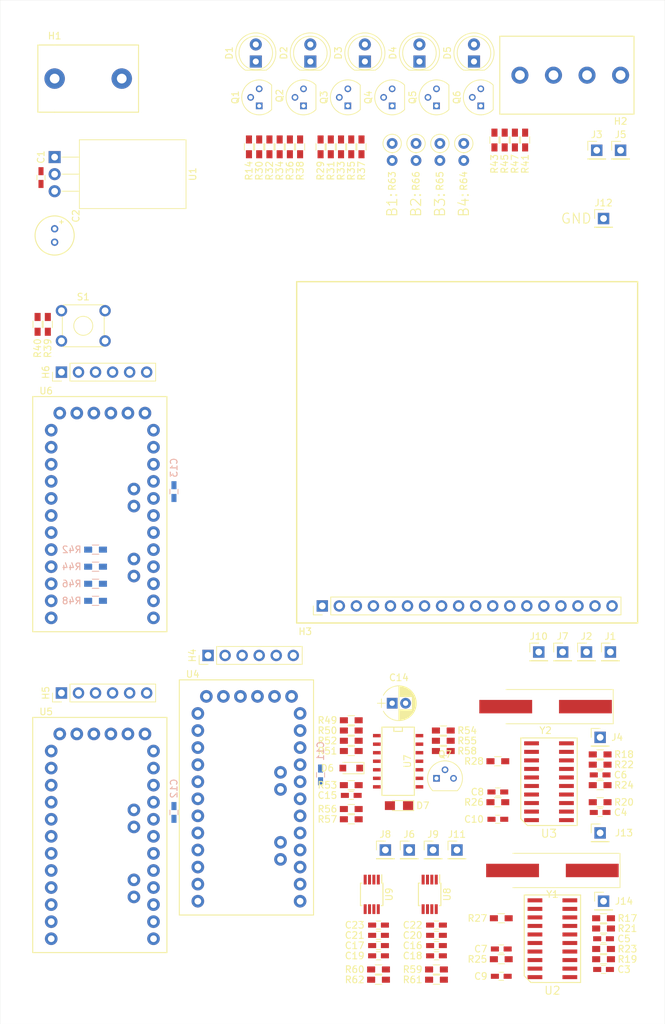
<source format=kicad_pcb>
(kicad_pcb (version 4) (host pcbnew 4.0.6)
  (layers (0 F.Cu signal) (31 B.Cu signal) (34 B.Paste user) (35 F.Paste user) (36 B.SilkS user) (37 F.SilkS user) (38 B.Mask user) (39 F.Mask user) (44 Edge.Cuts user))
  (net 0 "")
  (net 1 "Net-(C1-Pad1)")
  (net 2 +5V)
  (net 3 "Net-(C4-Pad1)")
  (net 4 "Net-(C5-Pad2)")
  (net 5 SPKR_OUT1_P)
  (net 6 "Net-(C8-Pad1)")
  (net 7 "Net-(C16-Pad1)")
  (net 8 "Net-(C17-Pad1)")
  (net 9 MIC_IN1_P_RAW)
  (net 10 MIC_IN1_P)
  (net 11 "Net-(C19-Pad1)")
  (net 12 SPKR_OUT1_P_RAW)
  (net 13 "Net-(C20-Pad2)")
  (net 14 "Net-(D3-Pad1)")
  (net 15 "Net-(D3-Pad2)")
  (net 16 "Net-(D4-Pad1)")
  (net 17 "Net-(D4-Pad2)")
  (net 18 "Net-(D5-Pad1)")
  (net 19 "Net-(D5-Pad2)")
  (net 20 "Net-(D6-Pad2)")
  (net 21 "Net-(D7-Pad2)")
  (net 22 "Net-(H3-Pad2)")
  (net 23 Fona_RST)
  (net 24 Fona_Rx)
  (net 25 Fona_Tx)
  (net 26 "Net-(H3-Pad8)")
  (net 27 "Net-(H3-Pad9)")
  (net 28 "Net-(H3-Pad10)")
  (net 29 "Net-(H3-Pad12)")
  (net 30 "Net-(H3-Pad13)")
  (net 31 "Net-(H3-Pad14)")
  (net 32 MIC_IN2_P)
  (net 33 MIC_IN2_N)
  (net 34 SPKR_OUT1_N_RAW)
  (net 35 PTT_OUT)
  (net 36 "Net-(H5-Pad3)")
  (net 37 "Net-(H5-Pad4)")
  (net 38 "Net-(H5-Pad5)")
  (net 39 "Net-(H5-Pad6)")
  (net 40 "Net-(H6-Pad3)")
  (net 41 "Net-(H6-Pad4)")
  (net 42 "Net-(H6-Pad5)")
  (net 43 "Net-(H6-Pad6)")
  (net 44 Radio_PTT)
  (net 45 "Net-(Q2-Pad2)")
  (net 46 "Net-(Q3-Pad2)")
  (net 47 "Net-(Q4-Pad2)")
  (net 48 "Net-(Q5-Pad2)")
  (net 49 "Net-(Q6-Pad2)")
  (net 50 "Net-(Q7-Pad2)")
  (net 51 uC_PTT)
  (net 52 ~irq1)
  (net 53 ~irq2)
  (net 54 LED1)
  (net 55 LED2)
  (net 56 LED3)
  (net 57 LED4)
  (net 58 LED5)
  (net 59 "Net-(R25-Pad1)")
  (net 60 RST)
  (net 61 BTN1)
  (net 62 BTN2)
  (net 63 BTN3)
  (net 64 BTN4)
  (net 65 /Arduino1/13)
  (net 66 /Arduino2/13)
  (net 67 /Arduino2/12)
  (net 68 /Arduino2/11)
  (net 69 SPKR_OUT2_P_RAW)
  (net 70 SPKR_OUT1_N)
  (net 71 MIC_IN1_N)
  (net 72 ~STBY)
  (net 73 "Net-(U3-Pad1)")
  (net 74 uC_3)
  (net 75 uC_4)
  (net 76 uC_5)
  (net 77 uC_6)
  (net 78 "Net-(U3-Pad7)")
  (net 79 uC_7)
  (net 80 uC_1)
  (net 81 uC_8)
  (net 82 uC_2)
  (net 83 "Net-(U4-Pad1)")
  (net 84 uC_11)
  (net 85 uC_12)
  (net 86 uC_13)
  (net 87 uC_14)
  (net 88 uC_15)
  (net 89 uC_9)
  (net 90 uC_16)
  (net 91 uC_10)
  (net 92 "Net-(U5-Pad1)")
  (net 93 "Net-(U5-Pad13)")
  (net 94 "Net-(U5-Pad14)")
  (net 95 SCL)
  (net 96 SDA)
  (net 97 "Net-(U6-Pad1)")
  (net 98 "Net-(U6-Pad13)")
  (net 99 "Net-(U6-Pad14)")
  (net 100 /GND)
  (net 101 "Net-(R54-Pad1)")
  (net 102 "Net-(C3-Pad1)")
  (net 103 "Net-(C4-Pad2)")
  (net 104 "Net-(C7-Pad1)")
  (net 105 "Net-(C14-Pad2)")
  (net 106 "Net-(C15-Pad1)")
  (net 107 "Net-(C18-Pad1)")
  (net 108 "Net-(C21-Pad2)")
  (net 109 "Net-(D1-Pad1)")
  (net 110 "Net-(D1-Pad2)")
  (net 111 "Net-(D2-Pad1)")
  (net 112 "Net-(D2-Pad2)")
  (net 113 "Net-(H4-Pad3)")
  (net 114 "Net-(H4-Pad4)")
  (net 115 "Net-(H4-Pad5)")
  (net 116 "Net-(H4-Pad6)")
  (net 117 "Net-(R17-Pad1)")
  (net 118 "Net-(R18-Pad1)")
  (net 119 "Net-(R19-Pad1)")
  (net 120 "Net-(R20-Pad1)")
  (net 121 "Net-(R23-Pad1)")
  (net 122 "Net-(R24-Pad1)")
  (net 123 "Net-(R26-Pad1)")
  (net 124 "Net-(R39-Pad1)")
  (net 125 "Net-(R41-Pad1)")
  (net 126 "Net-(R43-Pad1)")
  (net 127 "Net-(R45-Pad1)")
  (net 128 "Net-(R47-Pad1)")
  (net 129 "Net-(R51-Pad1)")
  (net 130 "Net-(R56-Pad2)")
  (net 131 "Net-(U2-Pad1)")
  (net 132 "Net-(U2-Pad7)")
  (net 133 "Net-(U4-Pad13)")
  (net 134 "Net-(U4-Pad14)")
  (module TO_SOT_Packages_THT:TO-92_Molded_Narrow (layer F.Cu) (at 223.012 28.448 90)
    (fp_text reference Q2 (at 1.524 -3.556 90) (layer F.SilkS))
    (fp_text value 2N3904)
    (pad 2 thru_hole circle (at 1.27 -1.27 180) (size 1 1) (drill 0.6) (layers *.Cu *.Mask) (net 45 "Net-(Q2-Pad2)"))
    (pad 3 thru_hole circle (at 2.54 0 180) (size 1 1) (drill 0.6) (layers *.Cu *.Mask) (net 109 "Net-(D1-Pad1)"))
    (pad 1 thru_hole rect (at 0 0 180) (size 1 1) (drill 0.6) (layers *.Cu *.Mask) (net 100 /GND))
  )
  (module Footprints:RADIAL_5MM (layer F.Cu) (at 185.928 46.736 270)
    (fp_text reference C2 (at -1.905 -3.175 450) (layer F.SilkS))
    (fp_text value 22uF)
    (pad 1 thru_hole circle (at 0 0 270) (size 1.1 1.1) (drill 0.635) (layers *.Cu *.Mask) (net 2 +5V))
    (pad 2 thru_hole circle (at 2 0 270) (size 1.1 1.1) (drill 0.635) (layers *.Cu *.Mask) (net 100 /GND))
  )
  (module Pin_Headers:Pin_Header_Straight_1x18_Pitch2.54mm (layer F.Cu) (at 225.806 102.87 90)
    (fp_text reference H3 (at -3.81 -2.54 180) (layer F.SilkS))
    (fp_text value FONA_Header)
    (pad 1 thru_hole rect (at 0 0 90) (size 1.7 1.7) (drill 1) (layers *.Cu *.Mask) (net 2 +5V))
    (pad 2 thru_hole oval (at 0 2.54 90) (size 1.7 1.7) (drill 1) (layers *.Cu *.Mask) (net 22 "Net-(H3-Pad2)"))
    (pad 3 thru_hole oval (at 0 5.08 90) (size 1.7 1.7) (drill 1) (layers *.Cu *.Mask) (net 100 /GND))
    (pad 4 thru_hole oval (at 0 7.62 90) (size 1.7 1.7) (drill 1) (layers *.Cu *.Mask) (net 2 +5V))
    (pad 5 thru_hole oval (at 0 10.16 90) (size 1.7 1.7) (drill 1) (layers *.Cu *.Mask) (net 23 Fona_RST))
    (pad 6 thru_hole oval (at 0 12.7 90) (size 1.7 1.7) (drill 1) (layers *.Cu *.Mask) (net 24 Fona_Rx))
    (pad 7 thru_hole oval (at 0 15.24 90) (size 1.7 1.7) (drill 1) (layers *.Cu *.Mask) (net 25 Fona_Tx))
    (pad 8 thru_hole oval (at 0 17.78 90) (size 1.7 1.7) (drill 1) (layers *.Cu *.Mask) (net 26 "Net-(H3-Pad8)"))
    (pad 9 thru_hole oval (at 0 20.32 90) (size 1.7 1.7) (drill 1) (layers *.Cu *.Mask) (net 27 "Net-(H3-Pad9)"))
    (pad 10 thru_hole oval (at 0 22.86 90) (size 1.7 1.7) (drill 1) (layers *.Cu *.Mask) (net 28 "Net-(H3-Pad10)"))
    (pad 11 thru_hole oval (at 0 25.4 90) (size 1.7 1.7) (drill 1) (layers *.Cu *.Mask) (net 100 /GND))
    (pad 12 thru_hole oval (at 0 27.94 90) (size 1.7 1.7) (drill 1) (layers *.Cu *.Mask) (net 29 "Net-(H3-Pad12)"))
    (pad 13 thru_hole oval (at 0 30.48 90) (size 1.7 1.7) (drill 1) (layers *.Cu *.Mask) (net 30 "Net-(H3-Pad13)"))
    (pad 14 thru_hole oval (at 0 33.02 90) (size 1.7 1.7) (drill 1) (layers *.Cu *.Mask) (net 31 "Net-(H3-Pad14)"))
    (pad 15 thru_hole oval (at 0 35.56 90) (size 1.7 1.7) (drill 1) (layers *.Cu *.Mask) (net 32 MIC_IN2_P))
    (pad 16 thru_hole oval (at 0 38.1 90) (size 1.7 1.7) (drill 1) (layers *.Cu *.Mask) (net 33 MIC_IN2_N))
    (pad 17 thru_hole oval (at 0 40.64 90) (size 1.7 1.7) (drill 1) (layers *.Cu *.Mask) (net 12 SPKR_OUT1_P_RAW))
    (pad 18 thru_hole oval (at 0 43.18 90) (size 1.7 1.7) (drill 1) (layers *.Cu *.Mask) (net 34 SPKR_OUT1_N_RAW))
  )
  (module Pin_Headers:Pin_Header_Straight_1x06_Pitch2.54mm (layer F.Cu) (at 186.944 115.824 90)
    (fp_text reference H5 (at 0 -2.33 90) (layer F.SilkS))
    (fp_text value Header1)
    (pad 1 thru_hole rect (at 0 0 90) (size 1.7 1.7) (drill 1) (layers *.Cu *.Mask) (net 100 /GND))
    (pad 2 thru_hole oval (at 0 2.54 90) (size 1.7 1.7) (drill 1) (layers *.Cu *.Mask) (net 100 /GND))
    (pad 3 thru_hole oval (at 0 5.08 90) (size 1.7 1.7) (drill 1) (layers *.Cu *.Mask) (net 36 "Net-(H5-Pad3)"))
    (pad 4 thru_hole oval (at 0 7.62 90) (size 1.7 1.7) (drill 1) (layers *.Cu *.Mask) (net 37 "Net-(H5-Pad4)"))
    (pad 5 thru_hole oval (at 0 10.16 90) (size 1.7 1.7) (drill 1) (layers *.Cu *.Mask) (net 38 "Net-(H5-Pad5)"))
    (pad 6 thru_hole oval (at 0 12.7 90) (size 1.7 1.7) (drill 1) (layers *.Cu *.Mask) (net 39 "Net-(H5-Pad6)"))
  )
  (module Pin_Headers:Pin_Header_Straight_1x06_Pitch2.54mm (layer F.Cu) (at 186.944 68.072 90)
    (fp_text reference H6 (at 0 -2.33 90) (layer F.SilkS))
    (fp_text value Header1)
    (pad 1 thru_hole rect (at 0 0 90) (size 1.7 1.7) (drill 1) (layers *.Cu *.Mask) (net 100 /GND))
    (pad 2 thru_hole oval (at 0 2.54 90) (size 1.7 1.7) (drill 1) (layers *.Cu *.Mask) (net 100 /GND))
    (pad 3 thru_hole oval (at 0 5.08 90) (size 1.7 1.7) (drill 1) (layers *.Cu *.Mask) (net 40 "Net-(H6-Pad3)"))
    (pad 4 thru_hole oval (at 0 7.62 90) (size 1.7 1.7) (drill 1) (layers *.Cu *.Mask) (net 41 "Net-(H6-Pad4)"))
    (pad 5 thru_hole oval (at 0 10.16 90) (size 1.7 1.7) (drill 1) (layers *.Cu *.Mask) (net 42 "Net-(H6-Pad5)"))
    (pad 6 thru_hole oval (at 0 12.7 90) (size 1.7 1.7) (drill 1) (layers *.Cu *.Mask) (net 43 "Net-(H6-Pad6)"))
  )
  (module TO_SOT_Packages_THT:TO-92_Molded_Narrow (layer F.Cu) (at 216.408 28.448 90)
    (fp_text reference Q1 (at 1.27 -3.56 90) (layer F.SilkS))
    (fp_text value 2N3904)
    (pad 2 thru_hole circle (at 1.27 -1.27 180) (size 1 1) (drill 0.6) (layers *.Cu *.Mask) (net 44 Radio_PTT))
    (pad 3 thru_hole circle (at 2.54 0 180) (size 1 1) (drill 0.6) (layers *.Cu *.Mask) (net 35 PTT_OUT))
    (pad 1 thru_hole rect (at 0 0 180) (size 1 1) (drill 0.6) (layers *.Cu *.Mask) (net 100 /GND))
  )
  (module TO_SOT_Packages_THT:TO-92_Molded_Narrow (layer F.Cu) (at 229.616 28.448 90)
    (fp_text reference Q3 (at 1.27 -3.56 90) (layer F.SilkS))
    (fp_text value 2N3904)
    (pad 2 thru_hole circle (at 1.27 -1.27 180) (size 1 1) (drill 0.6) (layers *.Cu *.Mask) (net 46 "Net-(Q3-Pad2)"))
    (pad 3 thru_hole circle (at 2.54 0 180) (size 1 1) (drill 0.6) (layers *.Cu *.Mask) (net 111 "Net-(D2-Pad1)"))
    (pad 1 thru_hole rect (at 0 0 180) (size 1 1) (drill 0.6) (layers *.Cu *.Mask) (net 100 /GND))
  )
  (module TO_SOT_Packages_THT:TO-92_Molded_Narrow (layer F.Cu) (at 236.22 28.448 90)
    (fp_text reference Q4 (at 1.27 -3.56 90) (layer F.SilkS))
    (fp_text value 2N3904)
    (pad 2 thru_hole circle (at 1.27 -1.27 180) (size 1 1) (drill 0.6) (layers *.Cu *.Mask) (net 47 "Net-(Q4-Pad2)"))
    (pad 3 thru_hole circle (at 2.54 0 180) (size 1 1) (drill 0.6) (layers *.Cu *.Mask) (net 14 "Net-(D3-Pad1)"))
    (pad 1 thru_hole rect (at 0 0 180) (size 1 1) (drill 0.6) (layers *.Cu *.Mask) (net 100 /GND))
  )
  (module TO_SOT_Packages_THT:TO-92_Molded_Narrow (layer F.Cu) (at 242.824 28.448 90)
    (fp_text reference Q5 (at 1.27 -3.56 90) (layer F.SilkS))
    (fp_text value 2N3904)
    (pad 2 thru_hole circle (at 1.27 -1.27 180) (size 1 1) (drill 0.6) (layers *.Cu *.Mask) (net 48 "Net-(Q5-Pad2)"))
    (pad 3 thru_hole circle (at 2.54 0 180) (size 1 1) (drill 0.6) (layers *.Cu *.Mask) (net 16 "Net-(D4-Pad1)"))
    (pad 1 thru_hole rect (at 0 0 180) (size 1 1) (drill 0.6) (layers *.Cu *.Mask) (net 100 /GND))
  )
  (module TO_SOT_Packages_THT:TO-92_Molded_Narrow (layer F.Cu) (at 249.428 28.448 90)
    (fp_text reference Q6 (at 1.27 -3.56 90) (layer F.SilkS))
    (fp_text value 2N3904)
    (pad 2 thru_hole circle (at 1.27 -1.27 180) (size 1 1) (drill 0.6) (layers *.Cu *.Mask) (net 49 "Net-(Q6-Pad2)"))
    (pad 3 thru_hole circle (at 2.54 0 180) (size 1 1) (drill 0.6) (layers *.Cu *.Mask) (net 18 "Net-(D5-Pad1)"))
    (pad 1 thru_hole rect (at 0 0 180) (size 1 1) (drill 0.6) (layers *.Cu *.Mask) (net 100 /GND))
  )
  (module TO_SOT_Packages_THT:TO-92_Molded_Narrow (layer F.Cu) (at 242.824 128.524)
    (fp_text reference Q7 (at 1.27 -3.56) (layer F.SilkS))
    (fp_text value 2N3904)
    (pad 2 thru_hole circle (at 1.27 -1.27 90) (size 1 1) (drill 0.6) (layers *.Cu *.Mask) (net 50 "Net-(Q7-Pad2)"))
    (pad 3 thru_hole circle (at 2.54 0 90) (size 1 1) (drill 0.6) (layers *.Cu *.Mask) (net 51 uC_PTT))
    (pad 1 thru_hole rect (at 0 0 90) (size 1 1) (drill 0.6) (layers *.Cu *.Mask) (net 100 /GND))
  )
  (module Buttons_Switches_THT:SW_TH_Tactile_Omron_B3F-10xx (layer F.Cu) (at 186.944 58.928)
    (fp_text reference S1 (at 3.25 -2.05) (layer F.SilkS))
    (fp_text value mom_button)
    (pad 4 thru_hole circle (at 6.5 4.5) (size 1.7 1.7) (drill 1) (layers *.Cu *.Mask))
    (pad 3 thru_hole circle (at 0 4.5) (size 1.7 1.7) (drill 1) (layers *.Cu *.Mask))
    (pad 2 thru_hole circle (at 6.5 0) (size 1.7 1.7) (drill 1) (layers *.Cu *.Mask) (net 100 /GND))
    (pad 1 thru_hole circle (at 0 0) (size 1.7 1.7) (drill 1) (layers *.Cu *.Mask) (net 124 "Net-(R39-Pad1)"))
  )
  (module Footprints:SOIC-20 (layer F.Cu) (at 259.588 129.032 90)
    (fp_text reference U3 (at -7.715 0 180) (layer F.SilkS) (effects (font (size 1.2 1.2))))
    (fp_text value MT8888C)
    (pad 20 smd rect (at -5.715 -2.6 90) (size 0.6 2.2) (layers F.Cu F.Paste F.Mask) (net 2 +5V))
    (pad 1 smd rect (at -5.715 2.6 90) (size 0.6 2.2) (layers F.Cu F.Paste F.Mask) (net 73 "Net-(U3-Pad1)"))
    (pad 19 smd rect (at -4.445 -2.6 90) (size 0.6 2.2) (layers F.Cu F.Paste F.Mask) (net 6 "Net-(C8-Pad1)"))
    (pad 2 smd rect (at -4.445 2.6 90) (size 0.6 2.2) (layers F.Cu F.Paste F.Mask) (net 120 "Net-(R20-Pad1)"))
    (pad 18 smd rect (at -3.175 -2.6 90) (size 0.6 2.2) (layers F.Cu F.Paste F.Mask) (net 123 "Net-(R26-Pad1)"))
    (pad 3 smd rect (at -3.175 2.6 90) (size 0.6 2.2) (layers F.Cu F.Paste F.Mask) (net 122 "Net-(R24-Pad1)"))
    (pad 17 smd rect (at -1.905 -2.6 90) (size 0.6 2.2) (layers F.Cu F.Paste F.Mask) (net 84 uC_11))
    (pad 4 smd rect (at -1.905 2.6 90) (size 0.6 2.2) (layers F.Cu F.Paste F.Mask) (net 73 "Net-(U3-Pad1)"))
    (pad 16 smd rect (at -0.635 -2.6 90) (size 0.6 2.2) (layers F.Cu F.Paste F.Mask) (net 85 uC_12))
    (pad 5 smd rect (at -0.635 2.6 90) (size 0.6 2.2) (layers F.Cu F.Paste F.Mask) (net 100 /GND))
    (pad 15 smd rect (at 0.635 -2.6 90) (size 0.6 2.2) (layers F.Cu F.Paste F.Mask) (net 86 uC_13))
    (pad 6 smd rect (at 0.635 2.6 90) (size 0.6 2.2) (layers F.Cu F.Paste F.Mask) (net 118 "Net-(R18-Pad1)"))
    (pad 14 smd rect (at 1.905 -2.6 90) (size 0.6 2.2) (layers F.Cu F.Paste F.Mask) (net 87 uC_14))
    (pad 7 smd rect (at 1.905 2.6 90) (size 0.6 2.2) (layers F.Cu F.Paste F.Mask) (net 78 "Net-(U3-Pad7)"))
    (pad 13 smd rect (at 3.175 -2.6 90) (size 0.6 2.2) (layers F.Cu F.Paste F.Mask) (net 53 ~irq2))
    (pad 8 smd rect (at 3.175 2.6 90) (size 0.6 2.2) (layers F.Cu F.Paste F.Mask) (net 5 SPKR_OUT1_P))
    (pad 12 smd rect (at 4.445 -2.6 90) (size 0.6 2.2) (layers F.Cu F.Paste F.Mask) (net 88 uC_15))
    (pad 9 smd rect (at 4.445 2.6 90) (size 0.6 2.2) (layers F.Cu F.Paste F.Mask) (net 89 uC_9))
    (pad 11 smd rect (at 5.715 -2.6 90) (size 0.6 2.2) (layers F.Cu F.Paste F.Mask) (net 90 uC_16))
    (pad 10 smd rect (at 5.715 2.6 90) (size 0.6 2.2) (layers F.Cu F.Paste F.Mask) (net 91 uC_10))
  )
  (module Footprints:ArduinoMINIPRO (layer F.Cu) (at 200.66 124.46)
    (fp_text reference U5 (at -16.002 -5.842) (layer F.SilkS))
    (fp_text value Arduino-Pro-5V)
    (pad 1 thru_hole circle (at 0 0) (size 1.8796 1.8796) (drill 0.9906) (layers *.Cu *.Mask) (net 92 "Net-(U5-Pad1)"))
    (pad 2 thru_hole circle (at 0 2.54) (size 1.8796 1.8796) (drill 0.9906) (layers *.Cu *.Mask) (net 100 /GND))
    (pad 3 thru_hole circle (at 0 5.08) (size 1.8796 1.8796) (drill 0.9906) (layers *.Cu *.Mask) (net 60 RST))
    (pad 4 thru_hole circle (at 0 7.62) (size 1.8796 1.8796) (drill 0.9906) (layers *.Cu *.Mask) (net 2 +5V))
    (pad 5 thru_hole circle (at 0 10.16) (size 1.8796 1.8796) (drill 0.9906) (layers *.Cu *.Mask) (net 100 /GND))
    (pad 6 thru_hole circle (at 0 12.7) (size 1.8796 1.8796) (drill 0.9906) (layers *.Cu *.Mask) (net 100 /GND))
    (pad 7 thru_hole circle (at 0 15.24) (size 1.8796 1.8796) (drill 0.9906) (layers *.Cu *.Mask) (net 100 /GND))
    (pad 8 thru_hole circle (at 0 17.78) (size 1.8796 1.8796) (drill 0.9906) (layers *.Cu *.Mask) (net 100 /GND))
    (pad 9 thru_hole circle (at 0 20.32) (size 1.8796 1.8796) (drill 0.9906) (layers *.Cu *.Mask) (net 65 /Arduino1/13))
    (pad 10 thru_hole circle (at 0 22.86) (size 1.8796 1.8796) (drill 0.9906) (layers *.Cu *.Mask) (net 44 Radio_PTT))
    (pad 11 thru_hole circle (at 0 25.4) (size 1.8796 1.8796) (drill 0.9906) (layers *.Cu *.Mask) (net 51 uC_PTT))
    (pad 12 thru_hole circle (at 0 27.94) (size 1.8796 1.8796) (drill 0.9906) (layers *.Cu *.Mask) (net 81 uC_8))
    (pad 13 thru_hole circle (at -15.24 0) (size 1.8796 1.8796) (drill 0.9906) (layers *.Cu *.Mask) (net 93 "Net-(U5-Pad13)"))
    (pad 14 thru_hole circle (at -15.24 2.54) (size 1.8796 1.8796) (drill 0.9906) (layers *.Cu *.Mask) (net 94 "Net-(U5-Pad14)"))
    (pad 15 thru_hole circle (at -15.24 5.08) (size 1.8796 1.8796) (drill 0.9906) (layers *.Cu *.Mask) (net 60 RST))
    (pad 16 thru_hole circle (at -15.24 7.62) (size 1.8796 1.8796) (drill 0.9906) (layers *.Cu *.Mask) (net 100 /GND))
    (pad 17 thru_hole circle (at -15.24 10.16) (size 1.8796 1.8796) (drill 0.9906) (layers *.Cu *.Mask) (net 52 ~irq1))
    (pad 18 thru_hole circle (at -15.24 12.7) (size 1.8796 1.8796) (drill 0.9906) (layers *.Cu *.Mask) (net 80 uC_1))
    (pad 19 thru_hole circle (at -15.24 15.24) (size 1.8796 1.8796) (drill 0.9906) (layers *.Cu *.Mask) (net 82 uC_2))
    (pad 20 thru_hole circle (at -15.24 17.78) (size 1.8796 1.8796) (drill 0.9906) (layers *.Cu *.Mask) (net 74 uC_3))
    (pad 21 thru_hole circle (at -15.24 20.32) (size 1.8796 1.8796) (drill 0.9906) (layers *.Cu *.Mask) (net 75 uC_4))
    (pad 22 thru_hole circle (at -15.24 22.86) (size 1.8796 1.8796) (drill 0.9906) (layers *.Cu *.Mask) (net 76 uC_5))
    (pad 23 thru_hole circle (at -15.24 25.4) (size 1.8796 1.8796) (drill 0.9906) (layers *.Cu *.Mask) (net 77 uC_6))
    (pad 24 thru_hole circle (at -15.24 27.94) (size 1.8796 1.8796) (drill 0.9906) (layers *.Cu *.Mask) (net 79 uC_7))
    (pad 25 thru_hole circle (at -1.27 -2.54) (size 1.8796 1.8796) (drill 0.9906) (layers *.Cu *.Mask) (net 39 "Net-(H5-Pad6)"))
    (pad 26 thru_hole circle (at -3.81 -2.54) (size 1.8796 1.8796) (drill 0.9906) (layers *.Cu *.Mask) (net 38 "Net-(H5-Pad5)"))
    (pad 27 thru_hole circle (at -6.35 -2.54) (size 1.8796 1.8796) (drill 0.9906) (layers *.Cu *.Mask) (net 37 "Net-(H5-Pad4)"))
    (pad 28 thru_hole circle (at -8.89 -2.54) (size 1.8796 1.8796) (drill 0.9906) (layers *.Cu *.Mask) (net 36 "Net-(H5-Pad3)"))
    (pad 29 thru_hole circle (at -11.43 -2.54) (size 1.8796 1.8796) (drill 0.9906) (layers *.Cu *.Mask) (net 100 /GND))
    (pad 30 thru_hole circle (at -13.97 -2.54) (size 1.8796 1.8796) (drill 0.9906) (layers *.Cu *.Mask) (net 100 /GND))
    (pad 31 thru_hole circle (at -2.921 8.763) (size 1.8796 1.8796) (drill 0.9906) (layers *.Cu *.Mask) (net 95 SCL))
    (pad 32 thru_hole circle (at -2.921 11.303) (size 1.8796 1.8796) (drill 0.9906) (layers *.Cu *.Mask) (net 96 SDA))
    (pad 33 thru_hole circle (at -2.921 19.177) (size 1.8796 1.8796) (drill 0.9906) (layers *.Cu *.Mask) (net 100 /GND))
    (pad 34 thru_hole circle (at -2.921 21.717) (size 1.8796 1.8796) (drill 0.9906) (layers *.Cu *.Mask) (net 100 /GND))
  )
  (module Footprints:ArduinoMINIPRO (layer F.Cu) (at 200.66 76.708)
    (fp_text reference U6 (at -16.002 -5.842) (layer F.SilkS))
    (fp_text value Arduino-Pro-5V)
    (pad 1 thru_hole circle (at 0 0) (size 1.8796 1.8796) (drill 0.9906) (layers *.Cu *.Mask) (net 97 "Net-(U6-Pad1)"))
    (pad 2 thru_hole circle (at 0 2.54) (size 1.8796 1.8796) (drill 0.9906) (layers *.Cu *.Mask) (net 100 /GND))
    (pad 3 thru_hole circle (at 0 5.08) (size 1.8796 1.8796) (drill 0.9906) (layers *.Cu *.Mask) (net 60 RST))
    (pad 4 thru_hole circle (at 0 7.62) (size 1.8796 1.8796) (drill 0.9906) (layers *.Cu *.Mask) (net 2 +5V))
    (pad 5 thru_hole circle (at 0 10.16) (size 1.8796 1.8796) (drill 0.9906) (layers *.Cu *.Mask) (net 100 /GND))
    (pad 6 thru_hole circle (at 0 12.7) (size 1.8796 1.8796) (drill 0.9906) (layers *.Cu *.Mask) (net 100 /GND))
    (pad 7 thru_hole circle (at 0 15.24) (size 1.8796 1.8796) (drill 0.9906) (layers *.Cu *.Mask) (net 100 /GND))
    (pad 8 thru_hole circle (at 0 17.78) (size 1.8796 1.8796) (drill 0.9906) (layers *.Cu *.Mask) (net 100 /GND))
    (pad 9 thru_hole circle (at 0 20.32) (size 1.8796 1.8796) (drill 0.9906) (layers *.Cu *.Mask) (net 58 LED5))
    (pad 10 thru_hole circle (at 0 22.86) (size 1.8796 1.8796) (drill 0.9906) (layers *.Cu *.Mask) (net 57 LED4))
    (pad 11 thru_hole circle (at 0 25.4) (size 1.8796 1.8796) (drill 0.9906) (layers *.Cu *.Mask) (net 56 LED3))
    (pad 12 thru_hole circle (at 0 27.94) (size 1.8796 1.8796) (drill 0.9906) (layers *.Cu *.Mask) (net 55 LED2))
    (pad 13 thru_hole circle (at -15.24 0) (size 1.8796 1.8796) (drill 0.9906) (layers *.Cu *.Mask) (net 98 "Net-(U6-Pad13)"))
    (pad 14 thru_hole circle (at -15.24 2.54) (size 1.8796 1.8796) (drill 0.9906) (layers *.Cu *.Mask) (net 99 "Net-(U6-Pad14)"))
    (pad 15 thru_hole circle (at -15.24 5.08) (size 1.8796 1.8796) (drill 0.9906) (layers *.Cu *.Mask) (net 60 RST))
    (pad 16 thru_hole circle (at -15.24 7.62) (size 1.8796 1.8796) (drill 0.9906) (layers *.Cu *.Mask) (net 100 /GND))
    (pad 17 thru_hole circle (at -15.24 10.16) (size 1.8796 1.8796) (drill 0.9906) (layers *.Cu *.Mask) (net 24 Fona_Rx))
    (pad 18 thru_hole circle (at -15.24 12.7) (size 1.8796 1.8796) (drill 0.9906) (layers *.Cu *.Mask) (net 25 Fona_Tx))
    (pad 19 thru_hole circle (at -15.24 15.24) (size 1.8796 1.8796) (drill 0.9906) (layers *.Cu *.Mask) (net 23 Fona_RST))
    (pad 20 thru_hole circle (at -15.24 17.78) (size 1.8796 1.8796) (drill 0.9906) (layers *.Cu *.Mask) (net 61 BTN1))
    (pad 21 thru_hole circle (at -15.24 20.32) (size 1.8796 1.8796) (drill 0.9906) (layers *.Cu *.Mask) (net 62 BTN2))
    (pad 22 thru_hole circle (at -15.24 22.86) (size 1.8796 1.8796) (drill 0.9906) (layers *.Cu *.Mask) (net 63 BTN3))
    (pad 23 thru_hole circle (at -15.24 25.4) (size 1.8796 1.8796) (drill 0.9906) (layers *.Cu *.Mask) (net 64 BTN4))
    (pad 24 thru_hole circle (at -15.24 27.94) (size 1.8796 1.8796) (drill 0.9906) (layers *.Cu *.Mask) (net 54 LED1))
    (pad 25 thru_hole circle (at -1.27 -2.54) (size 1.8796 1.8796) (drill 0.9906) (layers *.Cu *.Mask) (net 43 "Net-(H6-Pad6)"))
    (pad 26 thru_hole circle (at -3.81 -2.54) (size 1.8796 1.8796) (drill 0.9906) (layers *.Cu *.Mask) (net 42 "Net-(H6-Pad5)"))
    (pad 27 thru_hole circle (at -6.35 -2.54) (size 1.8796 1.8796) (drill 0.9906) (layers *.Cu *.Mask) (net 41 "Net-(H6-Pad4)"))
    (pad 28 thru_hole circle (at -8.89 -2.54) (size 1.8796 1.8796) (drill 0.9906) (layers *.Cu *.Mask) (net 40 "Net-(H6-Pad3)"))
    (pad 29 thru_hole circle (at -11.43 -2.54) (size 1.8796 1.8796) (drill 0.9906) (layers *.Cu *.Mask) (net 100 /GND))
    (pad 30 thru_hole circle (at -13.97 -2.54) (size 1.8796 1.8796) (drill 0.9906) (layers *.Cu *.Mask) (net 100 /GND))
    (pad 31 thru_hole circle (at -2.921 8.763) (size 1.8796 1.8796) (drill 0.9906) (layers *.Cu *.Mask) (net 95 SCL))
    (pad 32 thru_hole circle (at -2.921 11.303) (size 1.8796 1.8796) (drill 0.9906) (layers *.Cu *.Mask) (net 96 SDA))
    (pad 33 thru_hole circle (at -2.921 19.177) (size 1.8796 1.8796) (drill 0.9906) (layers *.Cu *.Mask) (net 100 /GND))
    (pad 34 thru_hole circle (at -2.921 21.717) (size 1.8796 1.8796) (drill 0.9906) (layers *.Cu *.Mask) (net 100 /GND))
  )
  (module Housings_SSOP:MSOP-8_3x3mm_Pitch0.65mm (layer F.Cu) (at 233.172 145.796 270)
    (fp_text reference U9 (at 0 -2.6 270) (layer F.SilkS))
    (fp_text value TS4990IST)
    (pad 1 smd rect (at -2.2 -0.975 270) (size 1.45 0.45) (layers F.Cu F.Paste F.Mask) (net 72 ~STBY))
    (pad 2 smd rect (at -2.2 -0.325 270) (size 1.45 0.45) (layers F.Cu F.Paste F.Mask) (net 11 "Net-(C19-Pad1)"))
    (pad 3 smd rect (at -2.2 0.325 270) (size 1.45 0.45) (layers F.Cu F.Paste F.Mask) (net 11 "Net-(C19-Pad1)"))
    (pad 4 smd rect (at -2.2 0.975 270) (size 1.45 0.45) (layers F.Cu F.Paste F.Mask) (net 108 "Net-(C21-Pad2)"))
    (pad 5 smd rect (at 2.2 0.975 270) (size 1.45 0.45) (layers F.Cu F.Paste F.Mask) (net 5 SPKR_OUT1_P))
    (pad 6 smd rect (at 2.2 0.325 270) (size 1.45 0.45) (layers F.Cu F.Paste F.Mask) (net 2 +5V))
    (pad 7 smd rect (at 2.2 -0.325 270) (size 1.45 0.45) (layers F.Cu F.Paste F.Mask) (net 100 /GND))
    (pad 8 smd rect (at 2.2 -0.975 270) (size 1.45 0.45) (layers F.Cu F.Paste F.Mask) (net 70 SPKR_OUT1_N))
  )
  (module Capacitors_SMD:C_0603_HandSoldering (layer F.Cu) (at 183.896 39.116 270)
    (fp_text reference C1 (at -3.048 0 270) (layer F.SilkS))
    (fp_text value 0.1uF)
    (pad 1 smd rect (at -0.95 0 270) (size 1.2 0.75) (layers F.Cu F.Paste F.Mask) (net 1 "Net-(C1-Pad1)"))
    (pad 2 smd rect (at 0.95 0 270) (size 1.2 0.75) (layers F.Cu F.Paste F.Mask) (net 100 /GND))
  )
  (module Capacitors_SMD:C_0603_HandSoldering (layer F.Cu) (at 267.716 156.972 180)
    (fp_text reference C3 (at -3.048 0 180) (layer F.SilkS))
    (fp_text value 100nF)
    (pad 1 smd rect (at -0.95 0 180) (size 1.2 0.75) (layers F.Cu F.Paste F.Mask) (net 102 "Net-(C3-Pad1)"))
    (pad 2 smd rect (at 0.95 0 180) (size 1.2 0.75) (layers F.Cu F.Paste F.Mask) (net 9 MIC_IN1_P_RAW))
  )
  (module Capacitors_SMD:C_0603_HandSoldering (layer F.Cu) (at 267.208 133.604 180)
    (fp_text reference C4 (at -3.048 0 180) (layer F.SilkS))
    (fp_text value 100nF)
    (pad 1 smd rect (at -0.95 0 180) (size 1.2 0.75) (layers F.Cu F.Paste F.Mask) (net 3 "Net-(C4-Pad1)"))
    (pad 2 smd rect (at 0.95 0 180) (size 1.2 0.75) (layers F.Cu F.Paste F.Mask) (net 103 "Net-(C4-Pad2)"))
  )
  (module Capacitors_SMD:C_0603_HandSoldering (layer F.Cu) (at 267.716 152.4 180)
    (fp_text reference C5 (at -3.048 0 180) (layer F.SilkS))
    (fp_text value 10nF)
    (pad 1 smd rect (at -0.95 0 180) (size 1.2 0.75) (layers F.Cu F.Paste F.Mask) (net 100 /GND))
    (pad 2 smd rect (at 0.95 0 180) (size 1.2 0.75) (layers F.Cu F.Paste F.Mask) (net 4 "Net-(C5-Pad2)"))
  )
  (module Capacitors_SMD:C_0603_HandSoldering (layer F.Cu) (at 267.208 128.016 180)
    (fp_text reference C6 (at -3.048 0 180) (layer F.SilkS))
    (fp_text value 10nF)
    (pad 1 smd rect (at -0.95 0 180) (size 1.2 0.75) (layers F.Cu F.Paste F.Mask) (net 100 /GND))
    (pad 2 smd rect (at 0.95 0 180) (size 1.2 0.75) (layers F.Cu F.Paste F.Mask) (net 5 SPKR_OUT1_P))
  )
  (module Capacitors_SMD:C_0603_HandSoldering (layer F.Cu) (at 252.476 153.924)
    (fp_text reference C7 (at -3.048 0) (layer F.SilkS))
    (fp_text value 100nF)
    (pad 1 smd rect (at -0.95 0) (size 1.2 0.75) (layers F.Cu F.Paste F.Mask) (net 104 "Net-(C7-Pad1)"))
    (pad 2 smd rect (at 0.95 0) (size 1.2 0.75) (layers F.Cu F.Paste F.Mask) (net 2 +5V))
  )
  (module Capacitors_SMD:C_0603_HandSoldering (layer F.Cu) (at 251.968 130.556)
    (fp_text reference C8 (at -3.048 0) (layer F.SilkS))
    (fp_text value 100nF)
    (pad 1 smd rect (at -0.95 0) (size 1.2 0.75) (layers F.Cu F.Paste F.Mask) (net 6 "Net-(C8-Pad1)"))
    (pad 2 smd rect (at 0.95 0) (size 1.2 0.75) (layers F.Cu F.Paste F.Mask) (net 2 +5V))
  )
  (module Capacitors_SMD:C_0603_HandSoldering (layer F.Cu) (at 252.476 157.988 180)
    (fp_text reference C9 (at 3.048 0 180) (layer F.SilkS))
    (fp_text value 100nF)
    (pad 1 smd rect (at -0.95 0 180) (size 1.2 0.75) (layers F.Cu F.Paste F.Mask) (net 2 +5V))
    (pad 2 smd rect (at 0.95 0 180) (size 1.2 0.75) (layers F.Cu F.Paste F.Mask) (net 100 /GND))
  )
  (module Capacitors_SMD:C_0603_HandSoldering (layer F.Cu) (at 251.968 134.62 180)
    (fp_text reference C10 (at 3.556 0 180) (layer F.SilkS))
    (fp_text value 100nF)
    (pad 1 smd rect (at -0.95 0 180) (size 1.2 0.75) (layers F.Cu F.Paste F.Mask) (net 2 +5V))
    (pad 2 smd rect (at 0.95 0 180) (size 1.2 0.75) (layers F.Cu F.Paste F.Mask) (net 100 /GND))
  )
  (module Capacitors_SMD:C_0603_HandSoldering (layer B.Cu) (at 225.552 128.016 270)
    (fp_text reference C11 (at -3.556 0 270) (layer B.SilkS) (effects (justify mirror)))
    (fp_text value 0.1uF)
    (pad 1 smd rect (at -0.95 0 270) (size 1.2 0.75) (layers B.Cu B.Paste B.Mask) (net 2 +5V))
    (pad 2 smd rect (at 0.95 0 270) (size 1.2 0.75) (layers B.Cu B.Paste B.Mask) (net 100 /GND))
  )
  (module Capacitors_SMD:C_0603_HandSoldering (layer B.Cu) (at 203.708 133.604 270)
    (fp_text reference C12 (at -3.556 0 270) (layer B.SilkS) (effects (justify mirror)))
    (fp_text value 0.1uF)
    (pad 1 smd rect (at -0.95 0 270) (size 1.2 0.75) (layers B.Cu B.Paste B.Mask) (net 2 +5V))
    (pad 2 smd rect (at 0.95 0 270) (size 1.2 0.75) (layers B.Cu B.Paste B.Mask) (net 100 /GND))
  )
  (module Capacitors_SMD:C_0603_HandSoldering (layer B.Cu) (at 203.708 85.852 270)
    (fp_text reference C13 (at -3.556 0 270) (layer B.SilkS) (effects (justify mirror)))
    (fp_text value 0.1uF)
    (pad 1 smd rect (at -0.95 0 270) (size 1.2 0.75) (layers B.Cu B.Paste B.Mask) (net 2 +5V))
    (pad 2 smd rect (at 0.95 0 270) (size 1.2 0.75) (layers B.Cu B.Paste B.Mask) (net 100 /GND))
  )
  (module Capacitors_THT:CP_Radial_D5.0mm_P2.00mm (layer F.Cu) (at 236.22 117.348)
    (fp_text reference C14 (at 1 -3.81) (layer F.SilkS))
    (fp_text value 0.1uF)
    (pad 1 thru_hole rect (at 0 0) (size 1.6 1.6) (drill 0.8) (layers *.Cu *.Mask) (net 69 SPKR_OUT2_P_RAW))
    (pad 2 thru_hole circle (at 2 0) (size 1.6 1.6) (drill 0.8) (layers *.Cu *.Mask) (net 105 "Net-(C14-Pad2)"))
  )
  (module Capacitors_SMD:C_0603_HandSoldering (layer F.Cu) (at 230.124 131.064 180)
    (fp_text reference C15 (at 3.556 0 180) (layer F.SilkS))
    (fp_text value 10uF)
    (pad 1 smd rect (at -0.95 0 180) (size 1.2 0.75) (layers F.Cu F.Paste F.Mask) (net 106 "Net-(C15-Pad1)"))
    (pad 2 smd rect (at 0.95 0 180) (size 1.2 0.75) (layers F.Cu F.Paste F.Mask) (net 100 /GND))
  )
  (module Capacitors_SMD:C_0603_HandSoldering (layer F.Cu) (at 242.824 153.416 180)
    (fp_text reference C16 (at 3.556 0 180) (layer F.SilkS))
    (fp_text value 100nF)
    (pad 1 smd rect (at -0.95 0 180) (size 1.2 0.75) (layers F.Cu F.Paste F.Mask) (net 7 "Net-(C16-Pad1)"))
    (pad 2 smd rect (at 0.95 0 180) (size 1.2 0.75) (layers F.Cu F.Paste F.Mask) (net 9 MIC_IN1_P_RAW))
  )
  (module Capacitors_SMD:C_0603_HandSoldering (layer F.Cu) (at 234.188 153.416)
    (fp_text reference C17 (at -3.556 0) (layer F.SilkS))
    (fp_text value 100nF)
    (pad 1 smd rect (at -0.95 0) (size 1.2 0.75) (layers F.Cu F.Paste F.Mask) (net 8 "Net-(C17-Pad1)"))
    (pad 2 smd rect (at 0.95 0) (size 1.2 0.75) (layers F.Cu F.Paste F.Mask) (net 12 SPKR_OUT1_P_RAW))
  )
  (module Capacitors_SMD:C_0603_HandSoldering (layer F.Cu) (at 242.824 154.94)
    (fp_text reference C18 (at -3.556 0) (layer F.SilkS))
    (fp_text value 1uF)
    (pad 1 smd rect (at -0.95 0) (size 1.2 0.75) (layers F.Cu F.Paste F.Mask) (net 107 "Net-(C18-Pad1)"))
    (pad 2 smd rect (at 0.95 0) (size 1.2 0.75) (layers F.Cu F.Paste F.Mask) (net 100 /GND))
  )
  (module Capacitors_SMD:C_0603_HandSoldering (layer F.Cu) (at 234.188 154.94)
    (fp_text reference C19 (at -3.556 0) (layer F.SilkS))
    (fp_text value 1uF)
    (pad 1 smd rect (at -0.95 0) (size 1.2 0.75) (layers F.Cu F.Paste F.Mask) (net 11 "Net-(C19-Pad1)"))
    (pad 2 smd rect (at 0.95 0) (size 1.2 0.75) (layers F.Cu F.Paste F.Mask) (net 100 /GND))
  )
  (module Capacitors_SMD:C_0603_HandSoldering (layer F.Cu) (at 242.824 151.892 180)
    (fp_text reference C20 (at 3.556 0 180) (layer F.SilkS))
    (fp_text value 1uF)
    (pad 1 smd rect (at -0.95 0 180) (size 1.2 0.75) (layers F.Cu F.Paste F.Mask) (net 10 MIC_IN1_P))
    (pad 2 smd rect (at 0.95 0 180) (size 1.2 0.75) (layers F.Cu F.Paste F.Mask) (net 13 "Net-(C20-Pad2)"))
  )
  (module Capacitors_SMD:C_0603_HandSoldering (layer F.Cu) (at 234.188 151.892)
    (fp_text reference C21 (at -3.556 0) (layer F.SilkS))
    (fp_text value 1uF)
    (pad 1 smd rect (at -0.95 0) (size 1.2 0.75) (layers F.Cu F.Paste F.Mask) (net 5 SPKR_OUT1_P))
    (pad 2 smd rect (at 0.95 0) (size 1.2 0.75) (layers F.Cu F.Paste F.Mask) (net 108 "Net-(C21-Pad2)"))
  )
  (module Capacitors_SMD:C_0603_HandSoldering (layer F.Cu) (at 242.824 150.368 180)
    (fp_text reference C22 (at 3.556 0 180) (layer F.SilkS))
    (fp_text value 1uF)
    (pad 1 smd rect (at -0.95 0 180) (size 1.2 0.75) (layers F.Cu F.Paste F.Mask) (net 100 /GND))
    (pad 2 smd rect (at 0.95 0 180) (size 1.2 0.75) (layers F.Cu F.Paste F.Mask) (net 2 +5V))
  )
  (module Capacitors_SMD:C_0603_HandSoldering (layer F.Cu) (at 234.188 150.368)
    (fp_text reference C23 (at -3.556 0) (layer F.SilkS))
    (fp_text value 1uF)
    (pad 1 smd rect (at -0.95 0) (size 1.2 0.75) (layers F.Cu F.Paste F.Mask) (net 2 +5V))
    (pad 2 smd rect (at 0.95 0) (size 1.2 0.75) (layers F.Cu F.Paste F.Mask) (net 100 /GND))
  )
  (module LEDs:LED_0805_HandSoldering (layer F.Cu) (at 237.236 132.588 180)
    (fp_text reference D7 (at -3.556 0 180) (layer F.SilkS))
    (fp_text value LED)
    (pad 1 smd rect (at -1.35 0 180) (size 1.5 1.3) (layers F.Cu F.Paste F.Mask) (net 100 /GND))
    (pad 2 smd rect (at 1.35 0 180) (size 1.5 1.3) (layers F.Cu F.Paste F.Mask) (net 21 "Net-(D7-Pad2)"))
  )
  (module Footprints:ED800 (layer F.Cu) (at 185.928 24.384)
    (fp_text reference H1 (at 0 -6.35) (layer F.SilkS))
    (fp_text value ED800/2)
    (pad 1 thru_hole circle (at 0 0) (size 3.048 3.048) (drill 1.4478) (layers *.Cu *.Mask) (net 1 "Net-(C1-Pad1)"))
    (pad 2 thru_hole circle (at 10 0) (size 3.048 3.048) (drill 1.4478) (layers *.Cu *.Mask) (net 100 /GND))
  )
  (module Footprints:1935187 (layer F.Cu) (at 270.256 23.876 180)
    (fp_text reference H2 (at 0 -6.858 180) (layer F.SilkS))
    (fp_text value 1935187)
    (pad 1 thru_hole circle (at 0 0 180) (size 2.54 2.54) (drill 1.4478) (layers *.Cu *.Mask) (net 9 MIC_IN1_P_RAW))
    (pad 2 thru_hole circle (at 5 0 180) (size 2.54 2.54) (drill 1.4478) (layers *.Cu *.Mask) (net 69 SPKR_OUT2_P_RAW))
    (pad 3 thru_hole circle (at 10 0 180) (size 2.54 2.54) (drill 1.4478) (layers *.Cu *.Mask) (net 35 PTT_OUT))
    (pad 4 thru_hole circle (at 15 0 180) (size 2.54 2.54) (drill 1.4478) (layers *.Cu *.Mask) (net 100 /GND))
  )
  (module Pin_Headers:Pin_Header_Straight_1x06_Pitch2.54mm (layer F.Cu) (at 208.788 110.236 90)
    (fp_text reference H4 (at 0 -2.33 90) (layer F.SilkS))
    (fp_text value Header1)
    (pad 1 thru_hole rect (at 0 0 90) (size 1.7 1.7) (drill 1) (layers *.Cu *.Mask) (net 100 /GND))
    (pad 2 thru_hole oval (at 0 2.54 90) (size 1.7 1.7) (drill 1) (layers *.Cu *.Mask) (net 100 /GND))
    (pad 3 thru_hole oval (at 0 5.08 90) (size 1.7 1.7) (drill 1) (layers *.Cu *.Mask) (net 113 "Net-(H4-Pad3)"))
    (pad 4 thru_hole oval (at 0 7.62 90) (size 1.7 1.7) (drill 1) (layers *.Cu *.Mask) (net 114 "Net-(H4-Pad4)"))
    (pad 5 thru_hole oval (at 0 10.16 90) (size 1.7 1.7) (drill 1) (layers *.Cu *.Mask) (net 115 "Net-(H4-Pad5)"))
    (pad 6 thru_hole oval (at 0 12.7 90) (size 1.7 1.7) (drill 1) (layers *.Cu *.Mask) (net 116 "Net-(H4-Pad6)"))
  )
  (module Resistors_SMD:R_0603_HandSoldering (layer F.Cu) (at 214.884 34.544 270)
    (fp_text reference R14 (at 3.556 0 270) (layer F.SilkS))
    (fp_text value 2.2k)
    (pad 1 smd rect (at -1.1 0 270) (size 1.2 0.9) (layers F.Cu F.Paste F.Mask) (net 35 PTT_OUT))
    (pad 2 smd rect (at 1.1 0 270) (size 1.2 0.9) (layers F.Cu F.Paste F.Mask) (net 2 +5V))
  )
  (module Resistors_SMD:R_0603_HandSoldering (layer F.Cu) (at 267.716 149.352)
    (fp_text reference R17 (at 3.556 0) (layer F.SilkS))
    (fp_text value 4.7M)
    (pad 1 smd rect (at -1.1 0) (size 1.2 0.9) (layers F.Cu F.Paste F.Mask) (net 117 "Net-(R17-Pad1)"))
    (pad 2 smd rect (at 1.1 0) (size 1.2 0.9) (layers F.Cu F.Paste F.Mask) (net 100 /GND))
  )
  (module Resistors_SMD:R_0603_HandSoldering (layer F.Cu) (at 267.208 124.968)
    (fp_text reference R18 (at 3.556 0) (layer F.SilkS))
    (fp_text value 4.7M)
    (pad 1 smd rect (at -1.1 0) (size 1.2 0.9) (layers F.Cu F.Paste F.Mask) (net 118 "Net-(R18-Pad1)"))
    (pad 2 smd rect (at 1.1 0) (size 1.2 0.9) (layers F.Cu F.Paste F.Mask) (net 100 /GND))
  )
  (module Resistors_SMD:R_0603_HandSoldering (layer F.Cu) (at 267.716 155.448)
    (fp_text reference R19 (at 3.556 0) (layer F.SilkS))
    (fp_text value 100k)
    (pad 1 smd rect (at -1.1 0) (size 1.2 0.9) (layers F.Cu F.Paste F.Mask) (net 119 "Net-(R19-Pad1)"))
    (pad 2 smd rect (at 1.1 0) (size 1.2 0.9) (layers F.Cu F.Paste F.Mask) (net 102 "Net-(C3-Pad1)"))
  )
  (module Resistors_SMD:R_0603_HandSoldering (layer F.Cu) (at 267.208 132.08)
    (fp_text reference R20 (at 3.556 0) (layer F.SilkS))
    (fp_text value 100k)
    (pad 1 smd rect (at -1.1 0) (size 1.2 0.9) (layers F.Cu F.Paste F.Mask) (net 120 "Net-(R20-Pad1)"))
    (pad 2 smd rect (at 1.1 0) (size 1.2 0.9) (layers F.Cu F.Paste F.Mask) (net 3 "Net-(C4-Pad1)"))
  )
  (module Resistors_SMD:R_0603_HandSoldering (layer F.Cu) (at 267.716 150.876 180)
    (fp_text reference R21 (at -3.556 0 180) (layer F.SilkS))
    (fp_text value 10k)
    (pad 1 smd rect (at -1.1 0 180) (size 1.2 0.9) (layers F.Cu F.Paste F.Mask) (net 100 /GND))
    (pad 2 smd rect (at 1.1 0 180) (size 1.2 0.9) (layers F.Cu F.Paste F.Mask) (net 4 "Net-(C5-Pad2)"))
  )
  (module Resistors_SMD:R_0603_HandSoldering (layer F.Cu) (at 267.208 126.492 180)
    (fp_text reference R22 (at -3.556 0 180) (layer F.SilkS))
    (fp_text value 10k)
    (pad 1 smd rect (at -1.1 0 180) (size 1.2 0.9) (layers F.Cu F.Paste F.Mask) (net 100 /GND))
    (pad 2 smd rect (at 1.1 0 180) (size 1.2 0.9) (layers F.Cu F.Paste F.Mask) (net 5 SPKR_OUT1_P))
  )
  (module Resistors_SMD:R_0603_HandSoldering (layer F.Cu) (at 267.716 153.924)
    (fp_text reference R23 (at 3.556 0) (layer F.SilkS))
    (fp_text value 100k)
    (pad 1 smd rect (at -1.1 0) (size 1.2 0.9) (layers F.Cu F.Paste F.Mask) (net 121 "Net-(R23-Pad1)"))
    (pad 2 smd rect (at 1.1 0) (size 1.2 0.9) (layers F.Cu F.Paste F.Mask) (net 119 "Net-(R19-Pad1)"))
  )
  (module Resistors_SMD:R_0603_HandSoldering (layer F.Cu) (at 267.208 129.54 180)
    (fp_text reference R24 (at -3.556 0 180) (layer F.SilkS))
    (fp_text value 100k)
    (pad 1 smd rect (at -1.1 0 180) (size 1.2 0.9) (layers F.Cu F.Paste F.Mask) (net 122 "Net-(R24-Pad1)"))
    (pad 2 smd rect (at 1.1 0 180) (size 1.2 0.9) (layers F.Cu F.Paste F.Mask) (net 120 "Net-(R20-Pad1)"))
  )
  (module Resistors_SMD:R_0603_HandSoldering (layer F.Cu) (at 252.476 155.448 180)
    (fp_text reference R25 (at 3.556 0 180) (layer F.SilkS))
    (fp_text value 374k)
    (pad 1 smd rect (at -1.1 0 180) (size 1.2 0.9) (layers F.Cu F.Paste F.Mask) (net 59 "Net-(R25-Pad1)"))
    (pad 2 smd rect (at 1.1 0 180) (size 1.2 0.9) (layers F.Cu F.Paste F.Mask) (net 104 "Net-(C7-Pad1)"))
  )
  (module Resistors_SMD:R_0603_HandSoldering (layer F.Cu) (at 251.968 132.08 180)
    (fp_text reference R26 (at 3.556 0 180) (layer F.SilkS))
    (fp_text value 374k)
    (pad 1 smd rect (at -1.1 0 180) (size 1.2 0.9) (layers F.Cu F.Paste F.Mask) (net 123 "Net-(R26-Pad1)"))
    (pad 2 smd rect (at 1.1 0 180) (size 1.2 0.9) (layers F.Cu F.Paste F.Mask) (net 6 "Net-(C8-Pad1)"))
  )
  (module Resistors_SMD:R_0603_HandSoldering (layer F.Cu) (at 252.476 149.352 180)
    (fp_text reference R27 (at 3.556 0 180) (layer F.SilkS))
    (fp_text value 3.3k)
    (pad 1 smd rect (at -1.1 0 180) (size 1.2 0.9) (layers F.Cu F.Paste F.Mask) (net 52 ~irq1))
    (pad 2 smd rect (at 1.1 0 180) (size 1.2 0.9) (layers F.Cu F.Paste F.Mask) (net 2 +5V))
  )
  (module Resistors_SMD:R_0603_HandSoldering (layer F.Cu) (at 251.968 125.984 180)
    (fp_text reference R28 (at 3.556 0 180) (layer F.SilkS))
    (fp_text value 3.3k)
    (pad 1 smd rect (at -1.1 0 180) (size 1.2 0.9) (layers F.Cu F.Paste F.Mask) (net 53 ~irq2))
    (pad 2 smd rect (at 1.1 0 180) (size 1.2 0.9) (layers F.Cu F.Paste F.Mask) (net 2 +5V))
  )
  (module Resistors_SMD:R_0603_HandSoldering (layer F.Cu) (at 225.552 34.544 270)
    (fp_text reference R29 (at 3.556 0 270) (layer F.SilkS))
    (fp_text value 1k)
    (pad 1 smd rect (at -1.1 0 270) (size 1.2 0.9) (layers F.Cu F.Paste F.Mask) (net 45 "Net-(Q2-Pad2)"))
    (pad 2 smd rect (at 1.1 0 270) (size 1.2 0.9) (layers F.Cu F.Paste F.Mask) (net 54 LED1))
  )
  (module Resistors_SMD:R_0603_HandSoldering (layer F.Cu) (at 216.408 34.544 270)
    (fp_text reference R30 (at 3.556 0 270) (layer F.SilkS))
    (fp_text value 1k)
    (pad 1 smd rect (at -1.1 0 270) (size 1.2 0.9) (layers F.Cu F.Paste F.Mask) (net 110 "Net-(D1-Pad2)"))
    (pad 2 smd rect (at 1.1 0 270) (size 1.2 0.9) (layers F.Cu F.Paste F.Mask) (net 2 +5V))
  )
  (module Resistors_SMD:R_0603_HandSoldering (layer F.Cu) (at 227.076 34.544 270)
    (fp_text reference R31 (at 3.556 0 270) (layer F.SilkS))
    (fp_text value 1k)
    (pad 1 smd rect (at -1.1 0 270) (size 1.2 0.9) (layers F.Cu F.Paste F.Mask) (net 46 "Net-(Q3-Pad2)"))
    (pad 2 smd rect (at 1.1 0 270) (size 1.2 0.9) (layers F.Cu F.Paste F.Mask) (net 55 LED2))
  )
  (module Resistors_SMD:R_0603_HandSoldering (layer F.Cu) (at 217.932 34.544 270)
    (fp_text reference R32 (at 3.556 0 270) (layer F.SilkS))
    (fp_text value 1k)
    (pad 1 smd rect (at -1.1 0 270) (size 1.2 0.9) (layers F.Cu F.Paste F.Mask) (net 112 "Net-(D2-Pad2)"))
    (pad 2 smd rect (at 1.1 0 270) (size 1.2 0.9) (layers F.Cu F.Paste F.Mask) (net 2 +5V))
  )
  (module Resistors_SMD:R_0603_HandSoldering (layer F.Cu) (at 228.6 34.544 270)
    (fp_text reference R33 (at 3.556 0 270) (layer F.SilkS))
    (fp_text value 1k)
    (pad 1 smd rect (at -1.1 0 270) (size 1.2 0.9) (layers F.Cu F.Paste F.Mask) (net 47 "Net-(Q4-Pad2)"))
    (pad 2 smd rect (at 1.1 0 270) (size 1.2 0.9) (layers F.Cu F.Paste F.Mask) (net 56 LED3))
  )
  (module Resistors_SMD:R_0603_HandSoldering (layer F.Cu) (at 219.456 34.544 270)
    (fp_text reference R34 (at 3.556 0 270) (layer F.SilkS))
    (fp_text value 1k)
    (pad 1 smd rect (at -1.1 0 270) (size 1.2 0.9) (layers F.Cu F.Paste F.Mask) (net 15 "Net-(D3-Pad2)"))
    (pad 2 smd rect (at 1.1 0 270) (size 1.2 0.9) (layers F.Cu F.Paste F.Mask) (net 2 +5V))
  )
  (module Resistors_SMD:R_0603_HandSoldering (layer F.Cu) (at 230.124 34.544 270)
    (fp_text reference R35 (at 3.556 0 270) (layer F.SilkS))
    (fp_text value 1k)
    (pad 1 smd rect (at -1.1 0 270) (size 1.2 0.9) (layers F.Cu F.Paste F.Mask) (net 48 "Net-(Q5-Pad2)"))
    (pad 2 smd rect (at 1.1 0 270) (size 1.2 0.9) (layers F.Cu F.Paste F.Mask) (net 57 LED4))
  )
  (module Resistors_SMD:R_0603_HandSoldering (layer F.Cu) (at 220.98 34.544 270)
    (fp_text reference R36 (at 3.556 0 270) (layer F.SilkS))
    (fp_text value 1k)
    (pad 1 smd rect (at -1.1 0 270) (size 1.2 0.9) (layers F.Cu F.Paste F.Mask) (net 17 "Net-(D4-Pad2)"))
    (pad 2 smd rect (at 1.1 0 270) (size 1.2 0.9) (layers F.Cu F.Paste F.Mask) (net 2 +5V))
  )
  (module Resistors_SMD:R_0603_HandSoldering (layer F.Cu) (at 231.648 34.544 270)
    (fp_text reference R37 (at 3.556 0 270) (layer F.SilkS))
    (fp_text value 1k)
    (pad 1 smd rect (at -1.1 0 270) (size 1.2 0.9) (layers F.Cu F.Paste F.Mask) (net 49 "Net-(Q6-Pad2)"))
    (pad 2 smd rect (at 1.1 0 270) (size 1.2 0.9) (layers F.Cu F.Paste F.Mask) (net 58 LED5))
  )
  (module Resistors_SMD:R_0603_HandSoldering (layer F.Cu) (at 222.504 34.544 270)
    (fp_text reference R38 (at 3.556 0 270) (layer F.SilkS))
    (fp_text value 1k)
    (pad 1 smd rect (at -1.1 0 270) (size 1.2 0.9) (layers F.Cu F.Paste F.Mask) (net 19 "Net-(D5-Pad2)"))
    (pad 2 smd rect (at 1.1 0 270) (size 1.2 0.9) (layers F.Cu F.Paste F.Mask) (net 2 +5V))
  )
  (module Resistors_SMD:R_0603_HandSoldering (layer F.Cu) (at 184.912 60.96 270)
    (fp_text reference R39 (at 3.556 0 270) (layer F.SilkS))
    (fp_text value 10k)
    (pad 1 smd rect (at -1.1 0 270) (size 1.2 0.9) (layers F.Cu F.Paste F.Mask) (net 124 "Net-(R39-Pad1)"))
    (pad 2 smd rect (at 1.1 0 270) (size 1.2 0.9) (layers F.Cu F.Paste F.Mask) (net 2 +5V))
  )
  (module Resistors_SMD:R_0603_HandSoldering (layer F.Cu) (at 183.388 60.96 90)
    (fp_text reference R40 (at -3.556 0 90) (layer F.SilkS))
    (fp_text value 1k)
    (pad 1 smd rect (at -1.1 0 90) (size 1.2 0.9) (layers F.Cu F.Paste F.Mask) (net 60 RST))
    (pad 2 smd rect (at 1.1 0 90) (size 1.2 0.9) (layers F.Cu F.Paste F.Mask) (net 124 "Net-(R39-Pad1)"))
  )
  (module Resistors_SMD:R_0603_HandSoldering (layer F.Cu) (at 256.032 33.528 90)
    (fp_text reference R41 (at -3.556 0 90) (layer F.SilkS))
    (fp_text value 10k)
    (pad 1 smd rect (at -1.1 0 90) (size 1.2 0.9) (layers F.Cu F.Paste F.Mask) (net 125 "Net-(R41-Pad1)"))
    (pad 2 smd rect (at 1.1 0 90) (size 1.2 0.9) (layers F.Cu F.Paste F.Mask) (net 2 +5V))
  )
  (module Resistors_SMD:R_0603_HandSoldering (layer B.Cu) (at 192.024 94.488)
    (fp_text reference R42 (at -3.556 0) (layer B.SilkS) (effects (justify mirror)))
    (fp_text value 1k)
    (pad 1 smd rect (at -1.1 0) (size 1.2 0.9) (layers B.Cu B.Paste B.Mask) (net 61 BTN1))
    (pad 2 smd rect (at 1.1 0) (size 1.2 0.9) (layers B.Cu B.Paste B.Mask) (net 100 /GND))
  )
  (module Resistors_SMD:R_0603_HandSoldering (layer F.Cu) (at 251.46 33.528 90)
    (fp_text reference R43 (at -3.556 0 90) (layer F.SilkS))
    (fp_text value 10k)
    (pad 1 smd rect (at -1.1 0 90) (size 1.2 0.9) (layers F.Cu F.Paste F.Mask) (net 126 "Net-(R43-Pad1)"))
    (pad 2 smd rect (at 1.1 0 90) (size 1.2 0.9) (layers F.Cu F.Paste F.Mask) (net 2 +5V))
  )
  (module Resistors_SMD:R_0603_HandSoldering (layer B.Cu) (at 192.024 97.028)
    (fp_text reference R44 (at -3.556 0) (layer B.SilkS) (effects (justify mirror)))
    (fp_text value 1k)
    (pad 1 smd rect (at -1.1 0) (size 1.2 0.9) (layers B.Cu B.Paste B.Mask) (net 62 BTN2))
    (pad 2 smd rect (at 1.1 0) (size 1.2 0.9) (layers B.Cu B.Paste B.Mask) (net 100 /GND))
  )
  (module Resistors_SMD:R_0603_HandSoldering (layer F.Cu) (at 252.984 33.528 90)
    (fp_text reference R45 (at -3.556 0 90) (layer F.SilkS))
    (fp_text value 10k)
    (pad 1 smd rect (at -1.1 0 90) (size 1.2 0.9) (layers F.Cu F.Paste F.Mask) (net 127 "Net-(R45-Pad1)"))
    (pad 2 smd rect (at 1.1 0 90) (size 1.2 0.9) (layers F.Cu F.Paste F.Mask) (net 2 +5V))
  )
  (module Resistors_SMD:R_0603_HandSoldering (layer B.Cu) (at 192.024 99.568)
    (fp_text reference R46 (at -3.556 0) (layer B.SilkS) (effects (justify mirror)))
    (fp_text value 1k)
    (pad 1 smd rect (at -1.1 0) (size 1.2 0.9) (layers B.Cu B.Paste B.Mask) (net 63 BTN3))
    (pad 2 smd rect (at 1.1 0) (size 1.2 0.9) (layers B.Cu B.Paste B.Mask) (net 100 /GND))
  )
  (module Resistors_SMD:R_0603_HandSoldering (layer F.Cu) (at 254.508 33.528 90)
    (fp_text reference R47 (at -3.556 0 90) (layer F.SilkS))
    (fp_text value 10k)
    (pad 1 smd rect (at -1.1 0 90) (size 1.2 0.9) (layers F.Cu F.Paste F.Mask) (net 128 "Net-(R47-Pad1)"))
    (pad 2 smd rect (at 1.1 0 90) (size 1.2 0.9) (layers F.Cu F.Paste F.Mask) (net 2 +5V))
  )
  (module Resistors_SMD:R_0603_HandSoldering (layer B.Cu) (at 192.024 102.108)
    (fp_text reference R48 (at -3.556 0) (layer B.SilkS) (effects (justify mirror)))
    (fp_text value 1k)
    (pad 1 smd rect (at -1.1 0) (size 1.2 0.9) (layers B.Cu B.Paste B.Mask) (net 64 BTN4))
    (pad 2 smd rect (at 1.1 0) (size 1.2 0.9) (layers B.Cu B.Paste B.Mask) (net 100 /GND))
  )
  (module Resistors_SMD:R_0603_HandSoldering (layer F.Cu) (at 230.124 119.888)
    (fp_text reference R49 (at -3.556 0) (layer F.SilkS))
    (fp_text value 1k)
    (pad 1 smd rect (at -1.1 0) (size 1.2 0.9) (layers F.Cu F.Paste F.Mask) (net 69 SPKR_OUT2_P_RAW))
    (pad 2 smd rect (at 1.1 0) (size 1.2 0.9) (layers F.Cu F.Paste F.Mask) (net 2 +5V))
  )
  (module Resistors_SMD:R_0603_HandSoldering (layer F.Cu) (at 230.124 121.412)
    (fp_text reference R50 (at -3.556 0) (layer F.SilkS))
    (fp_text value 100k)
    (pad 1 smd rect (at -1.1 0) (size 1.2 0.9) (layers F.Cu F.Paste F.Mask) (net 105 "Net-(C14-Pad2)"))
    (pad 2 smd rect (at 1.1 0) (size 1.2 0.9) (layers F.Cu F.Paste F.Mask) (net 100 /GND))
  )
  (module Resistors_SMD:R_0603_HandSoldering (layer F.Cu) (at 230.124 124.46)
    (fp_text reference R51 (at -3.556 0) (layer F.SilkS))
    (fp_text value 1k)
    (pad 1 smd rect (at -1.1 0) (size 1.2 0.9) (layers F.Cu F.Paste F.Mask) (net 129 "Net-(R51-Pad1)"))
    (pad 2 smd rect (at 1.1 0) (size 1.2 0.9) (layers F.Cu F.Paste F.Mask) (net 100 /GND))
  )
  (module Resistors_SMD:R_0603_HandSoldering (layer F.Cu) (at 230.124 122.936 180)
    (fp_text reference R52 (at 3.556 0 180) (layer F.SilkS))
    (fp_text value 100k)
    (pad 1 smd rect (at -1.1 0 180) (size 1.2 0.9) (layers F.Cu F.Paste F.Mask) (net 20 "Net-(D6-Pad2)"))
    (pad 2 smd rect (at 1.1 0 180) (size 1.2 0.9) (layers F.Cu F.Paste F.Mask) (net 129 "Net-(R51-Pad1)"))
  )
  (module Resistors_SMD:R_0603_HandSoldering (layer F.Cu) (at 230.124 129.54 180)
    (fp_text reference R53 (at 3.556 0 180) (layer F.SilkS))
    (fp_text value 100k)
    (pad 1 smd rect (at -1.1 0 180) (size 1.2 0.9) (layers F.Cu F.Paste F.Mask) (net 106 "Net-(C15-Pad1)"))
    (pad 2 smd rect (at 1.1 0 180) (size 1.2 0.9) (layers F.Cu F.Paste F.Mask) (net 100 /GND))
  )
  (module Resistors_SMD:R_0603_HandSoldering (layer F.Cu) (at 243.84 121.412)
    (fp_text reference R54 (at 3.556 0) (layer F.SilkS))
    (fp_text value 100k)
    (pad 1 smd rect (at -1.1 0) (size 1.2 0.9) (layers F.Cu F.Paste F.Mask) (net 101 "Net-(R54-Pad1)"))
    (pad 2 smd rect (at 1.1 0) (size 1.2 0.9) (layers F.Cu F.Paste F.Mask) (net 2 +5V))
  )
  (module Resistors_SMD:R_0603_HandSoldering (layer F.Cu) (at 243.84 122.936)
    (fp_text reference R55 (at 3.556 0) (layer F.SilkS))
    (fp_text value 10k)
    (pad 1 smd rect (at -1.1 0) (size 1.2 0.9) (layers F.Cu F.Paste F.Mask) (net 101 "Net-(R54-Pad1)"))
    (pad 2 smd rect (at 1.1 0) (size 1.2 0.9) (layers F.Cu F.Paste F.Mask) (net 100 /GND))
  )
  (module Resistors_SMD:R_0603_HandSoldering (layer F.Cu) (at 230.124 133.096 180)
    (fp_text reference R56 (at 3.556 0 180) (layer F.SilkS))
    (fp_text value 1k)
    (pad 1 smd rect (at -1.1 0 180) (size 1.2 0.9) (layers F.Cu F.Paste F.Mask) (net 21 "Net-(D7-Pad2)"))
    (pad 2 smd rect (at 1.1 0 180) (size 1.2 0.9) (layers F.Cu F.Paste F.Mask) (net 130 "Net-(R56-Pad2)"))
  )
  (module Resistors_SMD:R_0603_HandSoldering (layer F.Cu) (at 230.124 134.62)
    (fp_text reference R57 (at -3.556 0) (layer F.SilkS))
    (fp_text value 1.8k)
    (pad 1 smd rect (at -1.1 0) (size 1.2 0.9) (layers F.Cu F.Paste F.Mask) (net 50 "Net-(Q7-Pad2)"))
    (pad 2 smd rect (at 1.1 0) (size 1.2 0.9) (layers F.Cu F.Paste F.Mask) (net 21 "Net-(D7-Pad2)"))
  )
  (module Resistors_SMD:R_0603_HandSoldering (layer F.Cu) (at 243.84 124.46)
    (fp_text reference R58 (at 3.556 0) (layer F.SilkS))
    (fp_text value 1k)
    (pad 1 smd rect (at -1.1 0) (size 1.2 0.9) (layers F.Cu F.Paste F.Mask) (net 51 uC_PTT))
    (pad 2 smd rect (at 1.1 0) (size 1.2 0.9) (layers F.Cu F.Paste F.Mask) (net 2 +5V))
  )
  (module Resistors_SMD:R_0603_HandSoldering (layer F.Cu) (at 242.824 156.972 180)
    (fp_text reference R59 (at 3.556 0 180) (layer F.SilkS))
    (fp_text value 20k)
    (pad 1 smd rect (at -1.1 0 180) (size 1.2 0.9) (layers F.Cu F.Paste F.Mask) (net 7 "Net-(C16-Pad1)"))
    (pad 2 smd rect (at 1.1 0 180) (size 1.2 0.9) (layers F.Cu F.Paste F.Mask) (net 13 "Net-(C20-Pad2)"))
  )
  (module Resistors_SMD:R_0603_HandSoldering (layer F.Cu) (at 234.188 156.972)
    (fp_text reference R60 (at -3.556 0) (layer F.SilkS))
    (fp_text value 20k)
    (pad 1 smd rect (at -1.1 0) (size 1.2 0.9) (layers F.Cu F.Paste F.Mask) (net 8 "Net-(C17-Pad1)"))
    (pad 2 smd rect (at 1.1 0) (size 1.2 0.9) (layers F.Cu F.Paste F.Mask) (net 108 "Net-(C21-Pad2)"))
  )
  (module Resistors_SMD:R_0603_HandSoldering (layer F.Cu) (at 242.824 158.496)
    (fp_text reference R61 (at -3.556 0) (layer F.SilkS))
    (fp_text value 20k)
    (pad 1 smd rect (at -1.1 0) (size 1.2 0.9) (layers F.Cu F.Paste F.Mask) (net 13 "Net-(C20-Pad2)"))
    (pad 2 smd rect (at 1.1 0) (size 1.2 0.9) (layers F.Cu F.Paste F.Mask) (net 10 MIC_IN1_P))
  )
  (module Resistors_SMD:R_0603_HandSoldering (layer F.Cu) (at 234.188 158.496)
    (fp_text reference R62 (at -3.556 0) (layer F.SilkS))
    (fp_text value 20k)
    (pad 1 smd rect (at -1.1 0) (size 1.2 0.9) (layers F.Cu F.Paste F.Mask) (net 108 "Net-(C21-Pad2)"))
    (pad 2 smd rect (at 1.1 0) (size 1.2 0.9) (layers F.Cu F.Paste F.Mask) (net 5 SPKR_OUT1_P))
  )
  (module Footprints:SOIC-20 (layer F.Cu) (at 260.096 152.4 90)
    (fp_text reference U2 (at -7.715 0 180) (layer F.SilkS) (effects (font (size 1.2 1.2))))
    (fp_text value MT8888C)
    (pad 20 smd rect (at -5.715 -2.6 90) (size 0.6 2.2) (layers F.Cu F.Paste F.Mask) (net 2 +5V))
    (pad 1 smd rect (at -5.715 2.6 90) (size 0.6 2.2) (layers F.Cu F.Paste F.Mask) (net 131 "Net-(U2-Pad1)"))
    (pad 19 smd rect (at -4.445 -2.6 90) (size 0.6 2.2) (layers F.Cu F.Paste F.Mask) (net 104 "Net-(C7-Pad1)"))
    (pad 2 smd rect (at -4.445 2.6 90) (size 0.6 2.2) (layers F.Cu F.Paste F.Mask) (net 119 "Net-(R19-Pad1)"))
    (pad 18 smd rect (at -3.175 -2.6 90) (size 0.6 2.2) (layers F.Cu F.Paste F.Mask) (net 59 "Net-(R25-Pad1)"))
    (pad 3 smd rect (at -3.175 2.6 90) (size 0.6 2.2) (layers F.Cu F.Paste F.Mask) (net 121 "Net-(R23-Pad1)"))
    (pad 17 smd rect (at -1.905 -2.6 90) (size 0.6 2.2) (layers F.Cu F.Paste F.Mask) (net 74 uC_3))
    (pad 4 smd rect (at -1.905 2.6 90) (size 0.6 2.2) (layers F.Cu F.Paste F.Mask) (net 131 "Net-(U2-Pad1)"))
    (pad 16 smd rect (at -0.635 -2.6 90) (size 0.6 2.2) (layers F.Cu F.Paste F.Mask) (net 75 uC_4))
    (pad 5 smd rect (at -0.635 2.6 90) (size 0.6 2.2) (layers F.Cu F.Paste F.Mask) (net 100 /GND))
    (pad 15 smd rect (at 0.635 -2.6 90) (size 0.6 2.2) (layers F.Cu F.Paste F.Mask) (net 76 uC_5))
    (pad 6 smd rect (at 0.635 2.6 90) (size 0.6 2.2) (layers F.Cu F.Paste F.Mask) (net 117 "Net-(R17-Pad1)"))
    (pad 14 smd rect (at 1.905 -2.6 90) (size 0.6 2.2) (layers F.Cu F.Paste F.Mask) (net 77 uC_6))
    (pad 7 smd rect (at 1.905 2.6 90) (size 0.6 2.2) (layers F.Cu F.Paste F.Mask) (net 132 "Net-(U2-Pad7)"))
    (pad 13 smd rect (at 3.175 -2.6 90) (size 0.6 2.2) (layers F.Cu F.Paste F.Mask) (net 52 ~irq1))
    (pad 8 smd rect (at 3.175 2.6 90) (size 0.6 2.2) (layers F.Cu F.Paste F.Mask) (net 4 "Net-(C5-Pad2)"))
    (pad 12 smd rect (at 4.445 -2.6 90) (size 0.6 2.2) (layers F.Cu F.Paste F.Mask) (net 79 uC_7))
    (pad 9 smd rect (at 4.445 2.6 90) (size 0.6 2.2) (layers F.Cu F.Paste F.Mask) (net 80 uC_1))
    (pad 11 smd rect (at 5.715 -2.6 90) (size 0.6 2.2) (layers F.Cu F.Paste F.Mask) (net 81 uC_8))
    (pad 10 smd rect (at 5.715 2.6 90) (size 0.6 2.2) (layers F.Cu F.Paste F.Mask) (net 82 uC_2))
  )
  (module Footprints:ArduinoMINIPRO (layer F.Cu) (at 222.504 118.872)
    (fp_text reference U4 (at -16.002 -5.842) (layer F.SilkS))
    (fp_text value Arduino-Pro-5V)
    (pad 1 thru_hole circle (at 0 0) (size 1.8796 1.8796) (drill 0.9906) (layers *.Cu *.Mask) (net 83 "Net-(U4-Pad1)"))
    (pad 2 thru_hole circle (at 0 2.54) (size 1.8796 1.8796) (drill 0.9906) (layers *.Cu *.Mask) (net 100 /GND))
    (pad 3 thru_hole circle (at 0 5.08) (size 1.8796 1.8796) (drill 0.9906) (layers *.Cu *.Mask) (net 60 RST))
    (pad 4 thru_hole circle (at 0 7.62) (size 1.8796 1.8796) (drill 0.9906) (layers *.Cu *.Mask) (net 2 +5V))
    (pad 5 thru_hole circle (at 0 10.16) (size 1.8796 1.8796) (drill 0.9906) (layers *.Cu *.Mask) (net 100 /GND))
    (pad 6 thru_hole circle (at 0 12.7) (size 1.8796 1.8796) (drill 0.9906) (layers *.Cu *.Mask) (net 100 /GND))
    (pad 7 thru_hole circle (at 0 15.24) (size 1.8796 1.8796) (drill 0.9906) (layers *.Cu *.Mask) (net 100 /GND))
    (pad 8 thru_hole circle (at 0 17.78) (size 1.8796 1.8796) (drill 0.9906) (layers *.Cu *.Mask) (net 100 /GND))
    (pad 9 thru_hole circle (at 0 20.32) (size 1.8796 1.8796) (drill 0.9906) (layers *.Cu *.Mask) (net 66 /Arduino2/13))
    (pad 10 thru_hole circle (at 0 22.86) (size 1.8796 1.8796) (drill 0.9906) (layers *.Cu *.Mask) (net 67 /Arduino2/12))
    (pad 11 thru_hole circle (at 0 25.4) (size 1.8796 1.8796) (drill 0.9906) (layers *.Cu *.Mask) (net 68 /Arduino2/11))
    (pad 12 thru_hole circle (at 0 27.94) (size 1.8796 1.8796) (drill 0.9906) (layers *.Cu *.Mask) (net 90 uC_16))
    (pad 13 thru_hole circle (at -15.24 0) (size 1.8796 1.8796) (drill 0.9906) (layers *.Cu *.Mask) (net 133 "Net-(U4-Pad13)"))
    (pad 14 thru_hole circle (at -15.24 2.54) (size 1.8796 1.8796) (drill 0.9906) (layers *.Cu *.Mask) (net 134 "Net-(U4-Pad14)"))
    (pad 15 thru_hole circle (at -15.24 5.08) (size 1.8796 1.8796) (drill 0.9906) (layers *.Cu *.Mask) (net 60 RST))
    (pad 16 thru_hole circle (at -15.24 7.62) (size 1.8796 1.8796) (drill 0.9906) (layers *.Cu *.Mask) (net 100 /GND))
    (pad 17 thru_hole circle (at -15.24 10.16) (size 1.8796 1.8796) (drill 0.9906) (layers *.Cu *.Mask) (net 53 ~irq2))
    (pad 18 thru_hole circle (at -15.24 12.7) (size 1.8796 1.8796) (drill 0.9906) (layers *.Cu *.Mask) (net 89 uC_9))
    (pad 19 thru_hole circle (at -15.24 15.24) (size 1.8796 1.8796) (drill 0.9906) (layers *.Cu *.Mask) (net 91 uC_10))
    (pad 20 thru_hole circle (at -15.24 17.78) (size 1.8796 1.8796) (drill 0.9906) (layers *.Cu *.Mask) (net 84 uC_11))
    (pad 21 thru_hole circle (at -15.24 20.32) (size 1.8796 1.8796) (drill 0.9906) (layers *.Cu *.Mask) (net 85 uC_12))
    (pad 22 thru_hole circle (at -15.24 22.86) (size 1.8796 1.8796) (drill 0.9906) (layers *.Cu *.Mask) (net 86 uC_13))
    (pad 23 thru_hole circle (at -15.24 25.4) (size 1.8796 1.8796) (drill 0.9906) (layers *.Cu *.Mask) (net 87 uC_14))
    (pad 24 thru_hole circle (at -15.24 27.94) (size 1.8796 1.8796) (drill 0.9906) (layers *.Cu *.Mask) (net 88 uC_15))
    (pad 25 thru_hole circle (at -1.27 -2.54) (size 1.8796 1.8796) (drill 0.9906) (layers *.Cu *.Mask) (net 116 "Net-(H4-Pad6)"))
    (pad 26 thru_hole circle (at -3.81 -2.54) (size 1.8796 1.8796) (drill 0.9906) (layers *.Cu *.Mask) (net 115 "Net-(H4-Pad5)"))
    (pad 27 thru_hole circle (at -6.35 -2.54) (size 1.8796 1.8796) (drill 0.9906) (layers *.Cu *.Mask) (net 114 "Net-(H4-Pad4)"))
    (pad 28 thru_hole circle (at -8.89 -2.54) (size 1.8796 1.8796) (drill 0.9906) (layers *.Cu *.Mask) (net 113 "Net-(H4-Pad3)"))
    (pad 29 thru_hole circle (at -11.43 -2.54) (size 1.8796 1.8796) (drill 0.9906) (layers *.Cu *.Mask) (net 100 /GND))
    (pad 30 thru_hole circle (at -13.97 -2.54) (size 1.8796 1.8796) (drill 0.9906) (layers *.Cu *.Mask) (net 100 /GND))
    (pad 31 thru_hole circle (at -2.921 8.763) (size 1.8796 1.8796) (drill 0.9906) (layers *.Cu *.Mask) (net 95 SCL))
    (pad 32 thru_hole circle (at -2.921 11.303) (size 1.8796 1.8796) (drill 0.9906) (layers *.Cu *.Mask) (net 96 SDA))
    (pad 33 thru_hole circle (at -2.921 19.177) (size 1.8796 1.8796) (drill 0.9906) (layers *.Cu *.Mask) (net 100 /GND))
    (pad 34 thru_hole circle (at -2.921 21.717) (size 1.8796 1.8796) (drill 0.9906) (layers *.Cu *.Mask) (net 100 /GND))
  )
  (module SMD_Packages:SOIC-14_N (layer F.Cu) (at 237.236 125.984 270)
    (fp_text reference U7 (at 0 -1.27 270) (layer F.SilkS))
    (fp_text value LM324N)
    (pad 1 smd rect (at -3.81 3.302 270) (size 0.508 1.143) (layers F.Cu F.Paste F.Mask) (net 20 "Net-(D6-Pad2)"))
    (pad 2 smd rect (at -2.54 3.302 270) (size 0.508 1.143) (layers F.Cu F.Paste F.Mask) (net 129 "Net-(R51-Pad1)"))
    (pad 3 smd rect (at -1.27 3.302 270) (size 0.508 1.143) (layers F.Cu F.Paste F.Mask) (net 105 "Net-(C14-Pad2)"))
    (pad 4 smd rect (at 0 3.302 270) (size 0.508 1.143) (layers F.Cu F.Paste F.Mask) (net 2 +5V))
    (pad 5 smd rect (at 1.27 3.302 270) (size 0.508 1.143) (layers F.Cu F.Paste F.Mask) (net 106 "Net-(C15-Pad1)"))
    (pad 6 smd rect (at 2.54 3.302 270) (size 0.508 1.143) (layers F.Cu F.Paste F.Mask) (net 101 "Net-(R54-Pad1)"))
    (pad 7 smd rect (at 3.81 3.302 270) (size 0.508 1.143) (layers F.Cu F.Paste F.Mask) (net 130 "Net-(R56-Pad2)"))
    (pad 8 smd rect (at 3.81 -3.048 270) (size 0.508 1.143) (layers F.Cu F.Paste F.Mask))
    (pad 9 smd rect (at 2.54 -3.048 270) (size 0.508 1.143) (layers F.Cu F.Paste F.Mask))
    (pad 11 smd rect (at 0 -3.048 270) (size 0.508 1.143) (layers F.Cu F.Paste F.Mask) (net 100 /GND))
    (pad 12 smd rect (at -1.27 -3.048 270) (size 0.508 1.143) (layers F.Cu F.Paste F.Mask))
    (pad 13 smd rect (at -2.54 -3.048 270) (size 0.508 1.143) (layers F.Cu F.Paste F.Mask))
    (pad 14 smd rect (at -3.81 -3.048 270) (size 0.508 1.143) (layers F.Cu F.Paste F.Mask))
    (pad 10 smd rect (at 1.27 -3.048 270) (size 0.508 1.143) (layers F.Cu F.Paste F.Mask))
  )
  (module Housings_SSOP:MSOP-8_3x3mm_Pitch0.65mm (layer F.Cu) (at 241.808 145.796 270)
    (fp_text reference U8 (at 0 -2.6 270) (layer F.SilkS))
    (fp_text value TS4990IST)
    (pad 1 smd rect (at -2.2 -0.975 270) (size 1.45 0.45) (layers F.Cu F.Paste F.Mask) (net 72 ~STBY))
    (pad 2 smd rect (at -2.2 -0.325 270) (size 1.45 0.45) (layers F.Cu F.Paste F.Mask) (net 107 "Net-(C18-Pad1)"))
    (pad 3 smd rect (at -2.2 0.325 270) (size 1.45 0.45) (layers F.Cu F.Paste F.Mask) (net 107 "Net-(C18-Pad1)"))
    (pad 4 smd rect (at -2.2 0.975 270) (size 1.45 0.45) (layers F.Cu F.Paste F.Mask) (net 13 "Net-(C20-Pad2)"))
    (pad 5 smd rect (at 2.2 0.975 270) (size 1.45 0.45) (layers F.Cu F.Paste F.Mask) (net 10 MIC_IN1_P))
    (pad 6 smd rect (at 2.2 0.325 270) (size 1.45 0.45) (layers F.Cu F.Paste F.Mask) (net 2 +5V))
    (pad 7 smd rect (at 2.2 -0.325 270) (size 1.45 0.45) (layers F.Cu F.Paste F.Mask) (net 100 /GND))
    (pad 8 smd rect (at 2.2 -0.975 270) (size 1.45 0.45) (layers F.Cu F.Paste F.Mask) (net 71 MIC_IN1_N))
  )
  (module Resistor_THT:R_Axial_DIN0207_L6.3mm_D2.5mm_P2.54mm_Vertical (layer F.Cu) (at 236.22 34.036 270)
    (fp_text reference R63 (at 5.588 0 270) (layer F.SilkS))
    (fp_text value 0R)
    (pad 1 thru_hole circle (at 0 0 270) (size 1.6 1.6) (drill 0.8) (layers *.Cu *.Mask) (net 100 /GND))
    (pad 2 thru_hole oval (at 2.54 0 270) (size 1.6 1.6) (drill 0.8) (layers *.Cu *.Mask) (net 125 "Net-(R41-Pad1)"))
  )
  (module Resistor_THT:R_Axial_DIN0207_L6.3mm_D2.5mm_P2.54mm_Vertical (layer F.Cu) (at 246.888 34.036 270)
    (fp_text reference R64 (at 5.588 0 270) (layer F.SilkS))
    (fp_text value 0R)
    (pad 1 thru_hole circle (at 0 0 270) (size 1.6 1.6) (drill 0.8) (layers *.Cu *.Mask) (net 100 /GND))
    (pad 2 thru_hole oval (at 2.54 0 270) (size 1.6 1.6) (drill 0.8) (layers *.Cu *.Mask) (net 126 "Net-(R43-Pad1)"))
  )
  (module Resistor_THT:R_Axial_DIN0207_L6.3mm_D2.5mm_P2.54mm_Vertical (layer F.Cu) (at 243.332 34.036 270)
    (fp_text reference R65 (at 5.588 0 270) (layer F.SilkS))
    (fp_text value 0R)
    (pad 1 thru_hole circle (at 0 0 270) (size 1.6 1.6) (drill 0.8) (layers *.Cu *.Mask) (net 100 /GND))
    (pad 2 thru_hole oval (at 2.54 0 270) (size 1.6 1.6) (drill 0.8) (layers *.Cu *.Mask) (net 127 "Net-(R45-Pad1)"))
  )
  (module Resistor_THT:R_Axial_DIN0207_L6.3mm_D2.5mm_P2.54mm_Vertical (layer F.Cu) (at 239.776 34.036 270)
    (fp_text reference R66 (at 5.588 0 270) (layer F.SilkS))
    (fp_text value 0R)
    (pad 1 thru_hole circle (at 0 0 270) (size 1.6 1.6) (drill 0.8) (layers *.Cu *.Mask) (net 100 /GND))
    (pad 2 thru_hole oval (at 2.54 0 270) (size 1.6 1.6) (drill 0.8) (layers *.Cu *.Mask) (net 128 "Net-(R47-Pad1)"))
  )
  (module LEDs:LED_D5.0mm (layer F.Cu) (at 215.9 21.844 90)
    (fp_text reference D1 (at 1.27 -3.96 90) (layer F.SilkS))
    (fp_text value LED)
    (pad 1 thru_hole rect (at 0 0 90) (size 1.8 1.8) (drill 0.9) (layers *.Cu *.Mask) (net 109 "Net-(D1-Pad1)"))
    (pad 2 thru_hole circle (at 2.54 0 90) (size 1.8 1.8) (drill 0.9) (layers *.Cu *.Mask) (net 110 "Net-(D1-Pad2)"))
  )
  (module LEDs:LED_D5.0mm (layer F.Cu) (at 224.028 21.844 90)
    (fp_text reference D2 (at 1.27 -3.96 90) (layer F.SilkS))
    (fp_text value LED)
    (pad 1 thru_hole rect (at 0 0 90) (size 1.8 1.8) (drill 0.9) (layers *.Cu *.Mask) (net 111 "Net-(D2-Pad1)"))
    (pad 2 thru_hole circle (at 2.54 0 90) (size 1.8 1.8) (drill 0.9) (layers *.Cu *.Mask) (net 112 "Net-(D2-Pad2)"))
  )
  (module LEDs:LED_D5.0mm (layer F.Cu) (at 232.156 21.844 90)
    (fp_text reference D3 (at 1.27 -3.96 90) (layer F.SilkS))
    (fp_text value LED)
    (pad 1 thru_hole rect (at 0 0 90) (size 1.8 1.8) (drill 0.9) (layers *.Cu *.Mask) (net 14 "Net-(D3-Pad1)"))
    (pad 2 thru_hole circle (at 2.54 0 90) (size 1.8 1.8) (drill 0.9) (layers *.Cu *.Mask) (net 15 "Net-(D3-Pad2)"))
  )
  (module LEDs:LED_D5.0mm (layer F.Cu) (at 240.284 21.844 90)
    (fp_text reference D4 (at 1.27 -3.96 90) (layer F.SilkS))
    (fp_text value LED)
    (pad 1 thru_hole rect (at 0 0 90) (size 1.8 1.8) (drill 0.9) (layers *.Cu *.Mask) (net 16 "Net-(D4-Pad1)"))
    (pad 2 thru_hole circle (at 2.54 0 90) (size 1.8 1.8) (drill 0.9) (layers *.Cu *.Mask) (net 17 "Net-(D4-Pad2)"))
  )
  (module LEDs:LED_D5.0mm (layer F.Cu) (at 248.412 21.844 90)
    (fp_text reference D5 (at 1.27 -3.96 90) (layer F.SilkS))
    (fp_text value LED)
    (pad 1 thru_hole rect (at 0 0 90) (size 1.8 1.8) (drill 0.9) (layers *.Cu *.Mask) (net 18 "Net-(D5-Pad1)"))
    (pad 2 thru_hole circle (at 2.54 0 90) (size 1.8 1.8) (drill 0.9) (layers *.Cu *.Mask) (net 19 "Net-(D5-Pad2)"))
  )
  (module TO_SOT_Packages_THT:TO-220-3_Horizontal (layer F.Cu) (at 185.928 36.068 270)
    (fp_text reference U1 (at 2.54 -20.58 270) (layer F.SilkS))
    (fp_text value L4940)
    (pad 0 np_thru_hole oval (at 2.54 -16.66 270) (size 3.5 3.5) (drill 3.5) (layers *.Cu *.Mask))
    (pad 1 thru_hole rect (at 0 0 270) (size 1.8 1.8) (drill 1) (layers *.Cu *.Mask) (net 1 "Net-(C1-Pad1)"))
    (pad 2 thru_hole oval (at 2.54 0 270) (size 1.8 1.8) (drill 1) (layers *.Cu *.Mask) (net 100 /GND))
    (pad 3 thru_hole oval (at 5.08 0 270) (size 1.8 1.8) (drill 1) (layers *.Cu *.Mask) (net 2 +5V))
  )
  (module Crystals:Crystal_SMD_HC49-SD_HandSoldering (layer F.Cu) (at 260.096 142.24 180)
    (fp_text reference Y1 (at 0 -3.55 180) (layer F.SilkS))
    (fp_text value 3.579545MHz)
    (pad 1 smd rect (at -5.9375 0 180) (size 7.875 2) (layers F.Cu F.Paste F.Mask) (net 117 "Net-(R17-Pad1)"))
    (pad 2 smd rect (at 5.9375 0 180) (size 7.875 2) (layers F.Cu F.Paste F.Mask) (net 132 "Net-(U2-Pad7)"))
  )
  (module Crystals:Crystal_SMD_HC49-SD_HandSoldering (layer F.Cu) (at 259.08 117.856 180)
    (fp_text reference Y2 (at 0 -3.55 180) (layer F.SilkS))
    (fp_text value 3.579545MHz)
    (pad 1 smd rect (at -5.9375 0 180) (size 7.875 2) (layers F.Cu F.Paste F.Mask) (net 118 "Net-(R18-Pad1)"))
    (pad 2 smd rect (at 5.9375 0 180) (size 7.875 2) (layers F.Cu F.Paste F.Mask) (net 78 "Net-(U3-Pad7)"))
  )
  (module Diodes_SMD:D_SOD-323_HandSoldering (layer F.Cu) (at 230.124 127 180)
    (fp_text reference D6 (at 3.556 0 180) (layer F.SilkS))
    (fp_text value D_ALT)
    (pad 1 smd rect (at -1.25 0 180) (size 1 1) (layers F.Cu F.Paste F.Mask) (net 106 "Net-(C15-Pad1)"))
    (pad 2 smd rect (at 1.25 0 180) (size 1 1) (layers F.Cu F.Paste F.Mask) (net 20 "Net-(D6-Pad2)"))
  )
  (module Pin_Headers:Pin_Header_Straight_1x01_Pitch2.54mm (layer F.Cu) (at 268.732 109.728)
    (fp_text reference J1 (at 0 -2.33) (layer F.SilkS))
    (fp_text value CONN_01X01)
    (pad 1 thru_hole rect (at 0 0) (size 1.7 1.7) (drill 1) (layers *.Cu *.Mask) (net 34 SPKR_OUT1_N_RAW))
  )
  (module Pin_Headers:Pin_Header_Straight_1x01_Pitch2.54mm (layer F.Cu) (at 265.176 109.728)
    (fp_text reference J2 (at 0 -2.33) (layer F.SilkS))
    (fp_text value CONN_01X01)
    (pad 1 thru_hole rect (at 0 0) (size 1.7 1.7) (drill 1) (layers *.Cu *.Mask) (net 12 SPKR_OUT1_P_RAW))
  )
  (module Pin_Headers:Pin_Header_Straight_1x01_Pitch2.54mm (layer F.Cu) (at 266.7 35.052)
    (fp_text reference J3 (at 0 -2.33) (layer F.SilkS))
    (fp_text value CONN_01X01)
    (pad 1 thru_hole rect (at 0 0) (size 1.7 1.7) (drill 1) (layers *.Cu *.Mask) (net 69 SPKR_OUT2_P_RAW))
  )
  (module Pin_Headers:Pin_Header_Straight_1x01_Pitch2.54mm (layer F.Cu) (at 267.208 122.428)
    (fp_text reference J4 (at 2.54 0) (layer F.SilkS))
    (fp_text value CONN_01X01)
    (pad 1 thru_hole rect (at 0 0) (size 1.7 1.7) (drill 1) (layers *.Cu *.Mask) (net 5 SPKR_OUT1_P))
  )
  (module Pin_Headers:Pin_Header_Straight_1x01_Pitch2.54mm (layer F.Cu) (at 270.256 35.052)
    (fp_text reference J5 (at 0 -2.33) (layer F.SilkS))
    (fp_text value CONN_01X01)
    (pad 1 thru_hole rect (at 0 0) (size 1.7 1.7) (drill 1) (layers *.Cu *.Mask) (net 9 MIC_IN1_P_RAW))
  )
  (module Pin_Headers:Pin_Header_Straight_1x01_Pitch2.54mm (layer F.Cu) (at 238.76 139.192)
    (fp_text reference J6 (at 0 -2.33) (layer F.SilkS))
    (fp_text value CONN_01X01)
    (pad 1 thru_hole rect (at 0 0) (size 1.7 1.7) (drill 1) (layers *.Cu *.Mask) (net 10 MIC_IN1_P))
  )
  (module Pin_Headers:Pin_Header_Straight_1x01_Pitch2.54mm (layer F.Cu) (at 261.62 109.728)
    (fp_text reference J7 (at 0 -2.33) (layer F.SilkS))
    (fp_text value CONN_01X01)
    (pad 1 thru_hole rect (at 0 0) (size 1.7 1.7) (drill 1) (layers *.Cu *.Mask) (net 32 MIC_IN2_P))
  )
  (module Pin_Headers:Pin_Header_Straight_1x01_Pitch2.54mm (layer F.Cu) (at 235.204 139.192)
    (fp_text reference J8 (at 0 -2.33) (layer F.SilkS))
    (fp_text value CONN_01X01)
    (pad 1 thru_hole rect (at 0 0) (size 1.7 1.7) (drill 1) (layers *.Cu *.Mask) (net 70 SPKR_OUT1_N))
  )
  (module Pin_Headers:Pin_Header_Straight_1x01_Pitch2.54mm (layer F.Cu) (at 242.316 139.192)
    (fp_text reference J9 (at 0 -2.33) (layer F.SilkS))
    (fp_text value CONN_01X01)
    (pad 1 thru_hole rect (at 0 0) (size 1.7 1.7) (drill 1) (layers *.Cu *.Mask) (net 71 MIC_IN1_N))
  )
  (module Pin_Headers:Pin_Header_Straight_1x01_Pitch2.54mm (layer F.Cu) (at 258.064 109.728)
    (fp_text reference J10 (at 0 -2.33) (layer F.SilkS))
    (fp_text value CONN_01X01)
    (pad 1 thru_hole rect (at 0 0) (size 1.7 1.7) (drill 1) (layers *.Cu *.Mask) (net 33 MIC_IN2_N))
  )
  (module Pin_Headers:Pin_Header_Straight_1x01_Pitch2.54mm (layer F.Cu) (at 245.872 139.192)
    (fp_text reference J11 (at 0 -2.33) (layer F.SilkS))
    (fp_text value CONN_01X01)
    (pad 1 thru_hole rect (at 0 0) (size 1.7 1.7) (drill 1) (layers *.Cu *.Mask) (net 72 ~STBY))
  )
  (module Pin_Headers:Pin_Header_Straight_1x01_Pitch2.54mm (layer F.Cu) (at 267.716 45.212)
    (fp_text reference J12 (at 0 -2.33) (layer F.SilkS))
    (fp_text value CONN_01X01)
    (pad 1 thru_hole rect (at 0 0) (size 1.7 1.7) (drill 1) (layers *.Cu *.Mask) (net 100 /GND))
  )
  (module Pin_Headers:Pin_Header_Straight_1x01_Pitch2.54mm (layer F.Cu) (at 267.208 136.652)
    (fp_text reference J13 (at 3.556 0) (layer F.SilkS))
    (fp_text value CONN_01X01)
    (pad 1 thru_hole rect (at 0 0) (size 1.7 1.7) (drill 1) (layers *.Cu *.Mask) (net 103 "Net-(C4-Pad2)"))
  )
  (module Pin_Headers:Pin_Header_Straight_1x01_Pitch2.54mm (layer F.Cu) (at 267.716 146.812)
    (fp_text reference J14 (at 3.048 0) (layer F.SilkS))
    (fp_text value CONN_01X01)
    (pad 1 thru_hole rect (at 0 0) (size 1.7 1.7) (drill 1) (layers *.Cu *.Mask) (net 4 "Net-(C5-Pad2)"))
  )
  (gr_text GND (at 263.652 45.212) (layer F.SilkS) (effects (font (size 1.5 1.5))))
  (gr_text B4: (at 246.888 43.18 90) (layer F.SilkS) (effects (font (size 1.5 1.5))))
  (gr_text B3: (at 243.332 43.18 90) (layer F.SilkS) (effects (font (size 1.5 1.5))))
  (gr_text B2: (at 239.776 43.18 90) (layer F.SilkS) (effects (font (size 1.5 1.5))))
  (gr_text B1: (at 236.22 43.18 90) (layer F.SilkS) (effects (font (size 1.5 1.5))))
  (gr_line (start 272.796 105.41) (end 221.996 105.41) (angle 90) (layer F.SilkS) (width 0.2))
  (gr_line (start 272.796 54.61) (end 272.796 105.41) (angle 90) (layer F.SilkS) (width 0.2))
  (gr_line (start 221.996 54.61) (end 272.796 54.61) (angle 90) (layer F.SilkS) (width 0.2))
  (gr_line (start 221.996 105.41) (end 221.996 54.61) (angle 90) (layer F.SilkS) (width 0.2))
  (gr_line (start 276.86 12.7) (end 276.86 165.1) (angle 90) (layer Edge.Cuts) (width 0.0254))
  (gr_line (start 177.8 165.1) (end 276.86 165.1) (angle 90) (layer Edge.Cuts) (width 0.0254))
  (gr_line (start 177.8 12.7) (end 177.8 165.1) (angle 90) (layer Edge.Cuts) (width 0.0254))
  (gr_line (start 177.8 12.7) (end 276.86 12.7) (angle 90) (layer Edge.Cuts) (width 0.0254))
)
</source>
